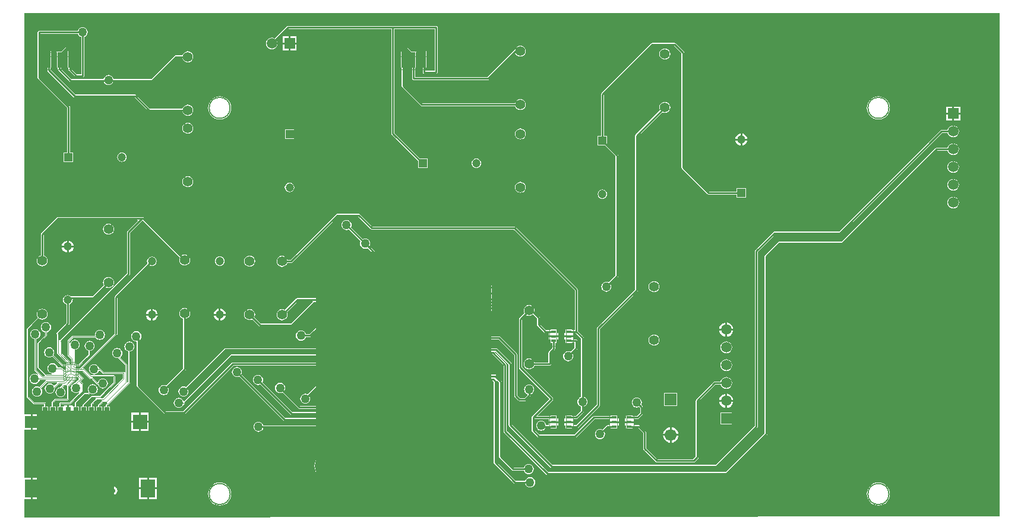
<source format=gtl>
G04 Layer_Physical_Order=1*
G04 Layer_Color=255*
%FSLAX25Y25*%
%MOIN*%
G70*
G01*
G75*
%ADD10C,0.00500*%
%ADD11R,0.03150X0.01772*%
%ADD12R,0.11457X0.00866*%
%ADD13C,0.00591*%
%ADD14R,0.07874X0.09843*%
%ADD15R,0.02800X0.08000*%
%ADD16R,0.07874X0.08300*%
%ADD17R,0.07874X0.06700*%
%ADD18R,0.02362X0.09449*%
%ADD19R,0.02362X0.08858*%
%ADD20C,0.01000*%
%ADD21C,0.00300*%
%ADD22C,0.00394*%
%ADD23C,0.00118*%
%ADD24R,0.43307X0.59055*%
%ADD25R,1.18110X1.18110*%
%ADD26R,0.98425X1.39764*%
%ADD27C,0.00197*%
%ADD28C,0.05512*%
%ADD29C,0.04724*%
%ADD30R,0.04724X0.04724*%
%ADD31R,0.04724X0.04724*%
%ADD32C,0.05906*%
%ADD33R,0.05906X0.05906*%
%ADD34C,0.06693*%
%ADD35R,0.06693X0.06693*%
%ADD36R,0.05906X0.05906*%
%ADD37C,0.02362*%
%ADD38C,0.05000*%
G36*
X547200Y283400D02*
X547300Y283359D01*
Y600D01*
X354Y0D01*
X0Y354D01*
Y10339D01*
X3766D01*
Y16260D01*
Y22182D01*
X0D01*
Y49311D01*
X3766D01*
Y53661D01*
Y58011D01*
X0D01*
Y283400D01*
X547200D01*
D02*
G37*
%LPC*%
G36*
X152772Y270094D02*
X149319D01*
Y266642D01*
X152772D01*
Y270094D01*
D02*
G37*
G36*
X148319D02*
X144866D01*
Y266642D01*
X148319D01*
Y270094D01*
D02*
G37*
G36*
X152772Y265642D02*
X149319D01*
Y262189D01*
X152772D01*
Y265642D01*
D02*
G37*
G36*
X148319D02*
X144866D01*
Y262189D01*
X148319D01*
Y265642D01*
D02*
G37*
G36*
X23347Y263976D02*
X20787Y261417D01*
X18425D01*
X15866Y263976D01*
X18141Y261701D01*
X18425Y261319D01*
X18425Y260917D01*
Y252461D01*
X18790D01*
Y251794D01*
X18790Y251794D01*
X18853Y251482D01*
X19029Y251217D01*
X25548Y244699D01*
X25548Y244699D01*
X25812Y244522D01*
X26124Y244460D01*
X26125Y244460D01*
X44642D01*
X44754Y244188D01*
X45203Y243603D01*
X45788Y243154D01*
X46469Y242872D01*
X47200Y242776D01*
X47931Y242872D01*
X48612Y243154D01*
X49197Y243603D01*
X49646Y244188D01*
X49758Y244460D01*
X71653D01*
X71654Y244460D01*
X71966Y244522D01*
X72230Y244699D01*
X85417Y257885D01*
X88762D01*
X89063Y257160D01*
X89553Y256521D01*
X90191Y256031D01*
X90934Y255724D01*
X91732Y255619D01*
X92530Y255724D01*
X93273Y256031D01*
X93912Y256521D01*
X94402Y257160D01*
X94709Y257903D01*
X94814Y258701D01*
X94709Y259499D01*
X94402Y260242D01*
X93912Y260880D01*
X93273Y261370D01*
X92530Y261678D01*
X91732Y261783D01*
X90934Y261678D01*
X90191Y261370D01*
X89553Y260880D01*
X89063Y260242D01*
X88762Y259517D01*
X85079D01*
X85079Y259517D01*
X84767Y259454D01*
X84502Y259278D01*
X71316Y246091D01*
X49959D01*
X49928Y246331D01*
X49646Y247012D01*
X49197Y247597D01*
X48612Y248046D01*
X47931Y248328D01*
X47200Y248424D01*
X46469Y248328D01*
X45788Y248046D01*
X45203Y247597D01*
X44754Y247012D01*
X44472Y246331D01*
X44440Y246091D01*
X26462D01*
X20593Y251961D01*
X20787Y252461D01*
X20787D01*
Y260917D01*
X20787Y261319D01*
X21071Y261701D01*
X23347Y263976D01*
D02*
G37*
G36*
X359449Y263358D02*
X358651Y263253D01*
X357908Y262945D01*
X357269Y262455D01*
X356780Y261817D01*
X356472Y261073D01*
X356366Y260276D01*
X356472Y259478D01*
X356780Y258734D01*
X357269Y258096D01*
X357908Y257606D01*
X358651Y257298D01*
X359449Y257193D01*
X360246Y257298D01*
X360990Y257606D01*
X361628Y258096D01*
X362118Y258734D01*
X362426Y259478D01*
X362531Y260276D01*
X362426Y261073D01*
X362118Y261817D01*
X361628Y262455D01*
X360990Y262945D01*
X360246Y263253D01*
X359449Y263358D01*
D02*
G37*
G36*
X147874Y276012D02*
X147562Y275950D01*
X147297Y275774D01*
X147297Y275774D01*
X140486Y268962D01*
X140459Y268983D01*
X139668Y269311D01*
X138819Y269422D01*
X137970Y269311D01*
X137178Y268983D01*
X136499Y268461D01*
X135977Y267782D01*
X135650Y266991D01*
X135538Y266142D01*
X135650Y265293D01*
X135977Y264501D01*
X136499Y263822D01*
X137178Y263300D01*
X137970Y262973D01*
X138819Y262861D01*
X139668Y262973D01*
X140459Y263300D01*
X141139Y263822D01*
X141660Y264501D01*
X141988Y265293D01*
X142100Y266142D01*
X141988Y266991D01*
X141660Y267782D01*
X141639Y267809D01*
X148212Y274381D01*
X205877D01*
Y215709D01*
X205877Y215709D01*
X205939Y215397D01*
X206116Y215132D01*
X220921Y200328D01*
Y196157D01*
X226245D01*
Y201481D01*
X222074D01*
X207509Y216047D01*
Y274381D01*
X230287D01*
Y250816D01*
X225147D01*
Y252559D01*
X225512D01*
Y262008D01*
X223150D01*
Y252559D01*
X223515D01*
Y250000D01*
X223577Y249688D01*
X223754Y249423D01*
X224019Y249246D01*
X224331Y249184D01*
X231102D01*
X231415Y249246D01*
X231679Y249423D01*
X231856Y249688D01*
X231918Y250000D01*
Y275197D01*
X231856Y275509D01*
X231679Y275774D01*
X231415Y275950D01*
X231102Y276012D01*
X147874D01*
X147874Y276012D01*
D02*
G37*
G36*
X32677Y275265D02*
X31946Y275169D01*
X31265Y274887D01*
X30680Y274438D01*
X30231Y273853D01*
X29984Y273257D01*
X8268D01*
X7956Y273195D01*
X7691Y273018D01*
X7514Y272753D01*
X7452Y272441D01*
Y246932D01*
X7452Y246932D01*
X7514Y246620D01*
X7691Y246355D01*
X23948Y230098D01*
Y205024D01*
X22102D01*
Y199700D01*
X27426D01*
Y205024D01*
X25580D01*
Y230436D01*
X25580Y230436D01*
X25517Y230748D01*
X25341Y231013D01*
X25341Y231013D01*
X9083Y247270D01*
Y271625D01*
X29984D01*
X30231Y271029D01*
X30680Y270444D01*
X31265Y269995D01*
X31861Y269748D01*
Y248847D01*
X29472D01*
X26327Y251992D01*
Y252559D01*
X26693D01*
Y262008D01*
X24331D01*
Y252559D01*
X24696D01*
Y251654D01*
X24696Y251654D01*
X24758Y251341D01*
X24935Y251077D01*
X28557Y247455D01*
X28557Y247455D01*
X28822Y247278D01*
X29134Y247216D01*
X32677D01*
X32989Y247278D01*
X33254Y247455D01*
X33431Y247720D01*
X33493Y248032D01*
Y269748D01*
X34089Y269995D01*
X34674Y270444D01*
X35123Y271029D01*
X35405Y271710D01*
X35501Y272441D01*
X35405Y273172D01*
X35123Y273853D01*
X34674Y274438D01*
X34089Y274887D01*
X33408Y275169D01*
X32677Y275265D01*
D02*
G37*
G36*
X278346Y264933D02*
X277549Y264828D01*
X276805Y264520D01*
X276167Y264030D01*
X275677Y263391D01*
X275369Y262648D01*
X275365Y262613D01*
X275318Y262604D01*
X275053Y262427D01*
X275053Y262427D01*
X259859Y247233D01*
X219241D01*
Y252461D01*
X219606D01*
Y260917D01*
X219606Y261319D01*
X219890Y261701D01*
X219606Y261417D01*
X217244D01*
X214685Y263976D01*
X216960Y261701D01*
X217244Y261319D01*
X217244Y260917D01*
Y252461D01*
X217610D01*
Y246417D01*
X217672Y246105D01*
X217848Y245841D01*
X218113Y245664D01*
X218425Y245602D01*
X260197D01*
X260197Y245602D01*
X260509Y245664D01*
X260774Y245841D01*
X275208Y260275D01*
X275795Y260155D01*
X276167Y259671D01*
X276805Y259181D01*
X277549Y258873D01*
X278346Y258768D01*
X279144Y258873D01*
X279888Y259181D01*
X280526Y259671D01*
X281016Y260309D01*
X281324Y261053D01*
X281429Y261850D01*
X281324Y262648D01*
X281016Y263391D01*
X280526Y264030D01*
X279888Y264520D01*
X279144Y264828D01*
X278346Y264933D01*
D02*
G37*
G36*
X213701Y262008D02*
X211339D01*
Y252559D01*
X211704D01*
Y242400D01*
X211704Y242400D01*
X211766Y242088D01*
X211943Y241823D01*
X222493Y231274D01*
X222493Y231274D01*
X222757Y231097D01*
X223069Y231035D01*
X223070Y231035D01*
X275377D01*
X275677Y230309D01*
X276167Y229671D01*
X276805Y229181D01*
X277549Y228873D01*
X278346Y228768D01*
X279144Y228873D01*
X279888Y229181D01*
X280526Y229671D01*
X281016Y230309D01*
X281324Y231053D01*
X281429Y231850D01*
X281324Y232648D01*
X281016Y233391D01*
X280526Y234030D01*
X279888Y234520D01*
X279144Y234828D01*
X278346Y234933D01*
X277549Y234828D01*
X276805Y234520D01*
X276167Y234030D01*
X275677Y233391D01*
X275377Y232666D01*
X223407D01*
X213335Y242738D01*
Y252559D01*
X213701D01*
Y262008D01*
D02*
G37*
G36*
X525213Y230724D02*
X521760D01*
Y227272D01*
X525213D01*
Y230724D01*
D02*
G37*
G36*
X520760D02*
X517307D01*
Y227272D01*
X520760D01*
Y230724D01*
D02*
G37*
G36*
X359449Y233358D02*
X358651Y233253D01*
X357908Y232945D01*
X357269Y232455D01*
X356780Y231817D01*
X356472Y231073D01*
X356366Y230276D01*
X356472Y229478D01*
X356772Y228752D01*
X342913Y214893D01*
X342736Y214629D01*
X342674Y214317D01*
X342674Y214317D01*
Y127928D01*
X321423Y106677D01*
X321246Y106412D01*
X321184Y106100D01*
X321184Y106100D01*
Y63238D01*
X309746Y51800D01*
X308084D01*
Y53043D01*
X305509D01*
X302935D01*
Y51657D01*
X303635D01*
Y49798D01*
X307384D01*
Y50169D01*
X310084D01*
X310084Y50169D01*
X310396Y50231D01*
X310661Y50407D01*
X322577Y62323D01*
X322577Y62323D01*
X322754Y62588D01*
X322816Y62900D01*
X322816Y62900D01*
Y105762D01*
X344067Y127013D01*
X344067Y127013D01*
X344243Y127278D01*
X344305Y127590D01*
X344305Y127590D01*
Y213979D01*
X357926Y227599D01*
X358651Y227298D01*
X359449Y227193D01*
X360246Y227298D01*
X360990Y227606D01*
X361628Y228096D01*
X362118Y228734D01*
X362426Y229478D01*
X362531Y230276D01*
X362426Y231073D01*
X362118Y231817D01*
X361628Y232455D01*
X360990Y232945D01*
X360246Y233253D01*
X359449Y233358D01*
D02*
G37*
G36*
X14882Y262008D02*
X12520D01*
Y252559D01*
X12885D01*
Y251117D01*
X12885Y251117D01*
X12947Y250804D01*
X13124Y250540D01*
X27626Y236037D01*
X27891Y235861D01*
X28203Y235799D01*
X28203Y235799D01*
X61867D01*
X69541Y228124D01*
X69541Y228124D01*
X69806Y227947D01*
X70118Y227885D01*
X70118Y227885D01*
X88762D01*
X89063Y227160D01*
X89553Y226521D01*
X90191Y226031D01*
X90934Y225724D01*
X91732Y225619D01*
X92530Y225724D01*
X93273Y226031D01*
X93912Y226521D01*
X94402Y227160D01*
X94709Y227903D01*
X94814Y228701D01*
X94709Y229499D01*
X94402Y230242D01*
X93912Y230880D01*
X93273Y231370D01*
X92530Y231678D01*
X91732Y231783D01*
X90934Y231678D01*
X90191Y231370D01*
X89553Y230880D01*
X89063Y230242D01*
X88762Y229517D01*
X70456D01*
X62782Y237191D01*
X62517Y237368D01*
X62205Y237430D01*
X62205Y237430D01*
X28541D01*
X14516Y251454D01*
Y252559D01*
X14882D01*
Y262008D01*
D02*
G37*
G36*
X479287Y236487D02*
X478022Y236362D01*
X476805Y235993D01*
X475684Y235394D01*
X474701Y234587D01*
X473894Y233604D01*
X473294Y232482D01*
X472925Y231265D01*
X472801Y230000D01*
X472925Y228734D01*
X473294Y227518D01*
X473894Y226396D01*
X474701Y225413D01*
X475684Y224606D01*
X476805Y224007D01*
X478022Y223638D01*
X479287Y223513D01*
X480553Y223638D01*
X481770Y224007D01*
X482891Y224606D01*
X483874Y225413D01*
X484681Y226396D01*
X485280Y227518D01*
X485649Y228734D01*
X485774Y230000D01*
X485649Y231265D01*
X485280Y232482D01*
X484681Y233604D01*
X483874Y234587D01*
X482891Y235394D01*
X481770Y235993D01*
X480553Y236362D01*
X479287Y236487D01*
D02*
G37*
G36*
X109587D02*
X108322Y236362D01*
X107105Y235993D01*
X105983Y235394D01*
X105001Y234587D01*
X104194Y233604D01*
X103594Y232482D01*
X103225Y231265D01*
X103101Y230000D01*
X103225Y228734D01*
X103594Y227518D01*
X104194Y226396D01*
X105001Y225413D01*
X105983Y224606D01*
X107105Y224007D01*
X108322Y223638D01*
X109587Y223513D01*
X110853Y223638D01*
X112070Y224007D01*
X113191Y224606D01*
X114174Y225413D01*
X114981Y226396D01*
X115580Y227518D01*
X115949Y228734D01*
X116074Y230000D01*
X115949Y231265D01*
X115580Y232482D01*
X114981Y233604D01*
X114174Y234587D01*
X113191Y235394D01*
X112070Y235993D01*
X110853Y236362D01*
X109587Y236487D01*
D02*
G37*
G36*
X525213Y226272D02*
X521760D01*
Y222819D01*
X525213D01*
Y226272D01*
D02*
G37*
G36*
X520760D02*
X517307D01*
Y222819D01*
X520760D01*
Y226272D01*
D02*
G37*
G36*
X521260Y220052D02*
X520411Y219941D01*
X519620Y219613D01*
X518940Y219092D01*
X518419Y218412D01*
X518091Y217621D01*
X518087Y217587D01*
X514728D01*
X514728Y217587D01*
X514416Y217525D01*
X514152Y217348D01*
X457319Y160516D01*
X420900D01*
X420900Y160516D01*
X420588Y160454D01*
X420323Y160277D01*
X420323Y160277D01*
X410123Y150077D01*
X409946Y149812D01*
X409884Y149500D01*
X409884Y149500D01*
Y51338D01*
X387962Y29416D01*
X296238D01*
X273416Y52238D01*
Y86300D01*
X273416Y86300D01*
X273354Y86612D01*
X273177Y86877D01*
X265228Y94826D01*
X264963Y95002D01*
X264651Y95065D01*
X264651Y95065D01*
X261912D01*
X261456Y95169D01*
X261456Y95565D01*
X261456Y96636D01*
X261456Y97136D01*
X261456Y98289D01*
X261456Y98789D01*
X261456Y99943D01*
X261913Y100047D01*
X266099D01*
X274884Y91262D01*
Y68300D01*
X274884Y68300D01*
X274946Y67988D01*
X275123Y67723D01*
X277223Y65623D01*
X277223Y65623D01*
X277488Y65446D01*
X277800Y65384D01*
X277800Y65384D01*
X280900D01*
X280900Y65384D01*
X281212Y65446D01*
X281477Y65623D01*
X283830Y67977D01*
X283830Y67977D01*
X284007Y68241D01*
X284069Y68554D01*
Y69154D01*
X284666Y69401D01*
X285251Y69849D01*
X285699Y70434D01*
X285981Y71115D01*
X286078Y71846D01*
X285981Y72577D01*
X285699Y73259D01*
X285251Y73843D01*
X284666Y74292D01*
X283984Y74574D01*
X283254Y74671D01*
X282523Y74574D01*
X281841Y74292D01*
X281257Y73843D01*
X280808Y73259D01*
X280526Y72577D01*
X280429Y71846D01*
X280526Y71115D01*
X280808Y70434D01*
X281257Y69849D01*
X281841Y69401D01*
X282151Y69273D01*
X282241Y68694D01*
X280562Y67016D01*
X278138D01*
X276516Y68638D01*
Y91600D01*
X276516Y91600D01*
X276454Y91912D01*
X276277Y92177D01*
X267014Y101440D01*
X266749Y101617D01*
X266437Y101679D01*
X266437Y101679D01*
X261912D01*
X261456Y101784D01*
X261456Y102179D01*
X261456Y103250D01*
X261456Y103750D01*
X261456Y104903D01*
X261456Y105403D01*
X261456Y106557D01*
X261456Y107057D01*
X261456Y108210D01*
X261456Y108710D01*
X261456Y109864D01*
X261456Y110364D01*
X261456Y111518D01*
X261456Y112018D01*
X261456Y113171D01*
X261456Y113671D01*
X261456Y114824D01*
X261456Y115324D01*
Y115965D01*
X262156D01*
Y116898D01*
X255428D01*
Y117898D01*
X262156D01*
Y118552D01*
X255428D01*
Y119552D01*
X262156D01*
Y120206D01*
X255428D01*
Y121206D01*
X262156D01*
Y121859D01*
X255428D01*
Y122859D01*
X262156D01*
Y123792D01*
X262156D01*
Y124233D01*
X262156D01*
Y125166D01*
X255428D01*
Y126166D01*
X262156D01*
Y127099D01*
X262156D01*
Y127540D01*
X262156D01*
Y128473D01*
X255428D01*
Y128973D01*
X254928D01*
Y130406D01*
X248699D01*
Y129870D01*
X248267Y129706D01*
X248199Y129706D01*
X242581D01*
X242551Y129727D01*
X242239Y129789D01*
X216365D01*
X193681Y152473D01*
X193928Y153069D01*
X194024Y153800D01*
X193928Y154531D01*
X193646Y155212D01*
X193197Y155797D01*
X192612Y156246D01*
X191931Y156528D01*
X191200Y156624D01*
X190469Y156528D01*
X189873Y156281D01*
X183281Y162873D01*
X183528Y163469D01*
X183624Y164200D01*
X183528Y164931D01*
X183246Y165612D01*
X182797Y166197D01*
X182212Y166646D01*
X181531Y166928D01*
X180800Y167024D01*
X180069Y166928D01*
X179388Y166646D01*
X178803Y166197D01*
X178354Y165612D01*
X178072Y164931D01*
X177976Y164200D01*
X178072Y163469D01*
X178354Y162788D01*
X178803Y162203D01*
X179388Y161754D01*
X180069Y161472D01*
X180800Y161376D01*
X181531Y161472D01*
X182127Y161719D01*
X188719Y155127D01*
X188472Y154531D01*
X188376Y153800D01*
X188472Y153069D01*
X188754Y152388D01*
X189203Y151803D01*
X189788Y151354D01*
X190469Y151072D01*
X191200Y150976D01*
X191931Y151072D01*
X192527Y151319D01*
X215450Y128396D01*
X215450Y128396D01*
X217104Y126743D01*
X217104Y126743D01*
X218757Y125090D01*
X218757Y125089D01*
X219022Y124913D01*
X219334Y124850D01*
X235754D01*
X236210Y124746D01*
X236210Y124351D01*
X236210Y123280D01*
X235754Y123175D01*
X153159D01*
X153159Y123175D01*
X152847Y123113D01*
X152582Y122936D01*
X152582Y122936D01*
X146123Y116477D01*
X145398Y116777D01*
X144600Y116882D01*
X143802Y116777D01*
X143059Y116469D01*
X142420Y115980D01*
X141931Y115341D01*
X141623Y114598D01*
X141518Y113800D01*
X141623Y113002D01*
X141931Y112259D01*
X142420Y111620D01*
X143059Y111131D01*
X143802Y110823D01*
X144600Y110718D01*
X145398Y110823D01*
X146141Y111131D01*
X146780Y111620D01*
X147269Y112259D01*
X147577Y113002D01*
X147682Y113800D01*
X147577Y114598D01*
X147277Y115323D01*
X153497Y121544D01*
X161683D01*
X161890Y121044D01*
X149662Y108816D01*
X132638D01*
X129077Y112377D01*
X129377Y113102D01*
X129482Y113900D01*
X129377Y114698D01*
X129069Y115441D01*
X128579Y116079D01*
X127941Y116569D01*
X127198Y116877D01*
X126400Y116982D01*
X125602Y116877D01*
X124859Y116569D01*
X124221Y116079D01*
X123731Y115441D01*
X123423Y114698D01*
X123318Y113900D01*
X123423Y113102D01*
X123731Y112359D01*
X124221Y111721D01*
X124859Y111231D01*
X125602Y110923D01*
X126400Y110818D01*
X127198Y110923D01*
X127923Y111223D01*
X131723Y107423D01*
X131988Y107246D01*
X132300Y107184D01*
X132300Y107184D01*
X150000D01*
X150000Y107184D01*
X150312Y107246D01*
X150577Y107423D01*
X163043Y119890D01*
X176129D01*
X176336Y119390D01*
X159862Y102916D01*
X157893D01*
X157646Y103512D01*
X157197Y104097D01*
X156612Y104546D01*
X155931Y104828D01*
X155200Y104924D01*
X154469Y104828D01*
X153788Y104546D01*
X153203Y104097D01*
X152754Y103512D01*
X152472Y102831D01*
X152376Y102100D01*
X152472Y101369D01*
X152754Y100688D01*
X153203Y100103D01*
X153788Y99654D01*
X154469Y99372D01*
X155200Y99276D01*
X155931Y99372D01*
X156612Y99654D01*
X157197Y100103D01*
X157646Y100688D01*
X157893Y101284D01*
X160200D01*
X160200Y101284D01*
X160512Y101346D01*
X160777Y101523D01*
X177490Y118236D01*
X235754D01*
X236210Y118131D01*
X236210Y117736D01*
X236210Y116665D01*
X236210Y116165D01*
X236210Y115012D01*
X236210Y114512D01*
X236210Y113358D01*
X236210Y112858D01*
X236210Y111705D01*
X236210Y111205D01*
X236210Y110051D01*
X236210Y109551D01*
X236210Y108398D01*
X236210Y107898D01*
X236210Y106744D01*
X236210Y106244D01*
X236210Y105090D01*
X236210Y104590D01*
X236210Y103437D01*
X236210Y102937D01*
X236210Y101784D01*
X236210Y101284D01*
X236210Y100130D01*
X236210Y99630D01*
X236210Y98476D01*
X236210Y97976D01*
X236210Y96823D01*
X236210Y96323D01*
X236210Y95169D01*
X235754Y95065D01*
X112849D01*
X112537Y95002D01*
X112272Y94826D01*
X112272Y94826D01*
X90627Y73181D01*
X90031Y73428D01*
X89300Y73524D01*
X88569Y73428D01*
X87888Y73146D01*
X87303Y72697D01*
X86854Y72112D01*
X86572Y71431D01*
X86476Y70700D01*
X86572Y69969D01*
X86854Y69288D01*
X87303Y68703D01*
X87888Y68254D01*
X88569Y67972D01*
X89300Y67876D01*
X90031Y67972D01*
X90712Y68254D01*
X91297Y68703D01*
X91746Y69288D01*
X92028Y69969D01*
X92124Y70700D01*
X92028Y71431D01*
X91781Y72027D01*
X113187Y93433D01*
X235754D01*
X236210Y93328D01*
X236210Y92933D01*
X236210Y91862D01*
X236210Y91362D01*
X236210Y90209D01*
X236210Y89709D01*
X236210Y88555D01*
X236210Y88055D01*
X236210Y86902D01*
X236210Y86402D01*
X236210Y85248D01*
X236210Y84748D01*
X236210Y83595D01*
X235754Y83490D01*
X234264D01*
X231655Y86099D01*
X231655Y86099D01*
X226477Y91277D01*
X226212Y91454D01*
X225900Y91516D01*
X225900Y91516D01*
X116300D01*
X116300Y91516D01*
X115988Y91454D01*
X115723Y91277D01*
X115723Y91277D01*
X89754Y65308D01*
X89165Y65425D01*
X89046Y65712D01*
X88597Y66297D01*
X88012Y66746D01*
X87331Y67028D01*
X86600Y67124D01*
X85869Y67028D01*
X85188Y66746D01*
X84603Y66297D01*
X84154Y65712D01*
X83872Y65031D01*
X83776Y64300D01*
X83872Y63569D01*
X84154Y62888D01*
X84603Y62303D01*
X85188Y61854D01*
X85869Y61572D01*
X86600Y61476D01*
X87331Y61572D01*
X88012Y61854D01*
X88597Y62303D01*
X89046Y62888D01*
X89182Y63216D01*
X89573Y63535D01*
X89821Y63500D01*
X89900Y63484D01*
X90212Y63546D01*
X90477Y63723D01*
X116638Y89884D01*
X225562D01*
X230501Y84945D01*
X230501Y84945D01*
X233110Y82336D01*
X232903Y81836D01*
X231217D01*
X226277Y86777D01*
X226012Y86954D01*
X225700Y87016D01*
X225700Y87016D01*
X117000D01*
X117000Y87016D01*
X116688Y86954D01*
X116423Y86777D01*
X89362Y59716D01*
X79338D01*
X64716Y74338D01*
Y99641D01*
X64797Y99703D01*
X65246Y100288D01*
X65528Y100969D01*
X65624Y101700D01*
X65528Y102431D01*
X65246Y103112D01*
X64797Y103697D01*
X64212Y104146D01*
X63531Y104428D01*
X62800Y104524D01*
X62069Y104428D01*
X61388Y104146D01*
X60803Y103697D01*
X60354Y103112D01*
X60072Y102431D01*
X59976Y101700D01*
X60072Y100969D01*
X60354Y100288D01*
X60803Y99703D01*
X61388Y99254D01*
X62069Y98972D01*
X62800Y98876D01*
X63084Y98627D01*
Y74000D01*
X63084Y74000D01*
X63146Y73688D01*
X63323Y73423D01*
X78423Y58323D01*
X78423Y58323D01*
X78688Y58146D01*
X79000Y58084D01*
X89700D01*
X89700Y58084D01*
X90012Y58146D01*
X90277Y58323D01*
X117338Y85384D01*
X225362D01*
X230064Y80683D01*
X229857Y80183D01*
X170367D01*
X170055Y80121D01*
X169790Y79944D01*
X169790Y79944D01*
X158927Y69081D01*
X158331Y69328D01*
X157600Y69424D01*
X156869Y69328D01*
X156188Y69046D01*
X155603Y68597D01*
X155154Y68012D01*
X154872Y67331D01*
X154776Y66600D01*
X154872Y65869D01*
X155154Y65188D01*
X155603Y64603D01*
X156188Y64154D01*
X156869Y63872D01*
X157600Y63776D01*
X158331Y63872D01*
X159012Y64154D01*
X159597Y64603D01*
X160046Y65188D01*
X160328Y65869D01*
X160424Y66600D01*
X160328Y67331D01*
X160081Y67927D01*
X170705Y78551D01*
X189291D01*
X189498Y78051D01*
X174062Y62616D01*
X154738D01*
X145981Y71373D01*
X146228Y71969D01*
X146324Y72700D01*
X146228Y73431D01*
X145946Y74112D01*
X145497Y74697D01*
X144912Y75146D01*
X144231Y75428D01*
X143500Y75524D01*
X142769Y75428D01*
X142088Y75146D01*
X141503Y74697D01*
X141054Y74112D01*
X140772Y73431D01*
X140676Y72700D01*
X140772Y71969D01*
X141054Y71288D01*
X141503Y70703D01*
X142088Y70254D01*
X142769Y69972D01*
X143500Y69876D01*
X144231Y69972D01*
X144827Y70219D01*
X153823Y61223D01*
X153823Y61223D01*
X154088Y61046D01*
X154400Y60984D01*
X154400Y60984D01*
X174400D01*
X174400Y60984D01*
X174712Y61046D01*
X174977Y61223D01*
X190329Y76576D01*
X190401Y76561D01*
X190565Y76019D01*
X173762Y59216D01*
X150238D01*
X133581Y75873D01*
X133828Y76469D01*
X133924Y77200D01*
X133828Y77931D01*
X133546Y78612D01*
X133097Y79197D01*
X132512Y79646D01*
X131831Y79928D01*
X131100Y80024D01*
X130369Y79928D01*
X129688Y79646D01*
X129103Y79197D01*
X128654Y78612D01*
X128372Y77931D01*
X128276Y77200D01*
X128372Y76469D01*
X128654Y75788D01*
X129103Y75203D01*
X129688Y74754D01*
X130369Y74472D01*
X131100Y74376D01*
X131831Y74472D01*
X132427Y74719D01*
X149323Y57823D01*
X149323Y57823D01*
X149588Y57646D01*
X149900Y57584D01*
X174100D01*
X174100Y57584D01*
X174412Y57646D01*
X174677Y57823D01*
X191846Y74993D01*
X192001Y74962D01*
X192166Y74419D01*
X173562Y55816D01*
X146238D01*
X121781Y80273D01*
X122028Y80869D01*
X122124Y81600D01*
X122028Y82331D01*
X121746Y83012D01*
X121297Y83597D01*
X120712Y84046D01*
X120031Y84328D01*
X119300Y84424D01*
X118569Y84328D01*
X117888Y84046D01*
X117303Y83597D01*
X116854Y83012D01*
X116572Y82331D01*
X116476Y81600D01*
X116572Y80869D01*
X116854Y80188D01*
X117303Y79603D01*
X117888Y79154D01*
X118569Y78872D01*
X119300Y78776D01*
X120031Y78872D01*
X120627Y79119D01*
X145323Y54423D01*
X145588Y54246D01*
X145900Y54184D01*
X145900Y54184D01*
X173900D01*
X173900Y54184D01*
X174212Y54246D01*
X174477Y54423D01*
X193644Y73591D01*
X204930D01*
X205137Y73091D01*
X183762Y51716D01*
X134093D01*
X133846Y52312D01*
X133397Y52897D01*
X132812Y53346D01*
X132131Y53628D01*
X131400Y53724D01*
X130669Y53628D01*
X129988Y53346D01*
X129403Y52897D01*
X128954Y52312D01*
X128672Y51631D01*
X128576Y50900D01*
X128672Y50169D01*
X128954Y49488D01*
X129403Y48903D01*
X129988Y48454D01*
X130669Y48172D01*
X131400Y48076D01*
X132131Y48172D01*
X132812Y48454D01*
X133397Y48903D01*
X133846Y49488D01*
X134093Y50084D01*
X184100D01*
X184100Y50084D01*
X184412Y50146D01*
X184677Y50323D01*
X206291Y71937D01*
X242239D01*
X242551Y71999D01*
X242581Y72020D01*
X248267D01*
X248267Y73486D01*
X248267Y73986D01*
X248267Y75139D01*
X248267Y75639D01*
X248267Y76793D01*
X248267Y77293D01*
X248267Y78447D01*
X248267Y78947D01*
X248267Y80100D01*
X248267Y80600D01*
X248267Y81754D01*
X248267Y82254D01*
X248267Y83407D01*
X248267Y83907D01*
X248267Y85061D01*
X248267Y85561D01*
X248267Y86714D01*
X248267Y87214D01*
X248267Y88368D01*
X248267Y88868D01*
X248267Y90021D01*
X248267Y90521D01*
X248267Y91675D01*
X248267Y92175D01*
X248267Y93328D01*
X248267Y93828D01*
X248267Y94982D01*
X248267Y95482D01*
X248267Y96636D01*
X248267Y97136D01*
X248267Y98289D01*
X248267Y98789D01*
X248267Y99943D01*
X248267Y100443D01*
X248267Y101596D01*
X248267Y102096D01*
X248267Y103250D01*
X248267Y103750D01*
X248267Y104903D01*
X248267Y105403D01*
X248267Y106557D01*
X248267Y107057D01*
X248267Y108210D01*
X248267Y108710D01*
X248267Y109864D01*
X248267Y110364D01*
X248267Y111518D01*
X248267Y112018D01*
X248267Y113171D01*
X248267Y113671D01*
X248267Y114824D01*
X248267Y115802D01*
X248699Y115965D01*
X248767Y115965D01*
X249046D01*
X249399Y115612D01*
X249399Y115012D01*
X249399Y114512D01*
X249399Y113358D01*
X249399Y112858D01*
X249399Y111705D01*
X249399Y111205D01*
X249399Y110051D01*
X249399Y109551D01*
X249399Y108398D01*
X249399Y107898D01*
X249399Y106744D01*
X249399Y106244D01*
X249399Y105090D01*
X249399Y104590D01*
X249399Y103437D01*
X249399Y102937D01*
X249399Y101784D01*
X249399Y101284D01*
X249399Y100130D01*
X249399Y99630D01*
X249399Y98476D01*
X249399Y97976D01*
X249399Y96823D01*
X249399Y96323D01*
X249399Y95169D01*
X249399Y94669D01*
X249399Y93516D01*
X249399Y93016D01*
X249399Y91862D01*
X249399Y91362D01*
X249399Y90209D01*
X249399Y89709D01*
X249399Y88555D01*
X249399Y88055D01*
X249399Y86902D01*
X249399Y86402D01*
X249399Y85248D01*
X249399Y84748D01*
X249399Y83595D01*
X249399Y83095D01*
X249399Y81941D01*
X249399Y81441D01*
X249399Y80287D01*
X249399Y79787D01*
X249399Y78634D01*
X249399Y78134D01*
X249399Y76980D01*
X249399Y76480D01*
X249399Y75327D01*
X249399Y74827D01*
X249399Y73673D01*
X249399Y73173D01*
Y72020D01*
X261456D01*
X261456Y73486D01*
X261456Y73986D01*
X261456Y75139D01*
X261456Y75639D01*
X261456Y76793D01*
X261912Y76898D01*
X262649D01*
X263384Y76162D01*
Y30800D01*
X263384Y30800D01*
X263446Y30488D01*
X263623Y30223D01*
X274723Y19123D01*
X274988Y18946D01*
X275300Y18884D01*
X275300Y18884D01*
X281107D01*
X281354Y18288D01*
X281803Y17703D01*
X282388Y17254D01*
X283069Y16972D01*
X283800Y16876D01*
X284531Y16972D01*
X285212Y17254D01*
X285797Y17703D01*
X286246Y18288D01*
X286528Y18969D01*
X286624Y19700D01*
X286528Y20431D01*
X286246Y21112D01*
X285797Y21697D01*
X285212Y22146D01*
X284531Y22428D01*
X283800Y22524D01*
X283069Y22428D01*
X282388Y22146D01*
X281803Y21697D01*
X281354Y21112D01*
X281107Y20516D01*
X275638D01*
X265016Y31138D01*
Y76500D01*
X265016Y76500D01*
X264960Y76779D01*
X264982Y76810D01*
X265474Y76972D01*
X266384Y76062D01*
Y34100D01*
X266384Y34100D01*
X266446Y33788D01*
X266623Y33523D01*
X273623Y26523D01*
X273623Y26523D01*
X273888Y26346D01*
X274200Y26284D01*
X280307D01*
X280554Y25688D01*
X281003Y25103D01*
X281588Y24654D01*
X282269Y24372D01*
X283000Y24276D01*
X283731Y24372D01*
X284412Y24654D01*
X284997Y25103D01*
X285446Y25688D01*
X285728Y26369D01*
X285824Y27100D01*
X285728Y27831D01*
X285446Y28512D01*
X284997Y29097D01*
X284412Y29546D01*
X283731Y29828D01*
X283000Y29924D01*
X282269Y29828D01*
X281588Y29546D01*
X281003Y29097D01*
X280554Y28512D01*
X280307Y27916D01*
X274538D01*
X268016Y34438D01*
Y76400D01*
X267954Y76712D01*
X267777Y76977D01*
X267777Y76977D01*
X264810Y79944D01*
X264545Y80121D01*
X264233Y80183D01*
X264233Y80183D01*
X261912D01*
X261456Y80287D01*
X261456Y80683D01*
X261456Y81754D01*
X261456Y82254D01*
X261456Y83407D01*
X261456Y83907D01*
X261456Y85061D01*
X261456Y85561D01*
X261456Y86714D01*
X261456Y87214D01*
X261456Y88368D01*
X261456Y88868D01*
X261456Y90021D01*
X261456Y90521D01*
X261456Y91675D01*
X261912Y91780D01*
X262567D01*
X268984Y85362D01*
Y48300D01*
X268984Y48300D01*
X269046Y47988D01*
X269223Y47723D01*
X292923Y24023D01*
X292923Y24023D01*
X293188Y23846D01*
X293500Y23784D01*
X394000D01*
X394000Y23784D01*
X394312Y23846D01*
X394577Y24023D01*
X416777Y46223D01*
X416954Y46488D01*
X417016Y46800D01*
X417016Y46800D01*
Y146262D01*
X423938Y153184D01*
X459100D01*
X459100Y153184D01*
X459412Y153246D01*
X459677Y153423D01*
X512210Y205956D01*
X518087D01*
X518091Y205923D01*
X518419Y205131D01*
X518940Y204452D01*
X519620Y203930D01*
X520411Y203603D01*
X521260Y203491D01*
X522109Y203603D01*
X522900Y203930D01*
X523580Y204452D01*
X524101Y205131D01*
X524429Y205923D01*
X524541Y206772D01*
X524429Y207621D01*
X524101Y208412D01*
X523580Y209091D01*
X522900Y209613D01*
X522109Y209941D01*
X521260Y210052D01*
X520411Y209941D01*
X519620Y209613D01*
X518940Y209091D01*
X518419Y208412D01*
X518091Y207621D01*
X518087Y207587D01*
X511872D01*
X511559Y207525D01*
X511295Y207348D01*
X511295Y207348D01*
X458762Y154816D01*
X423600D01*
X423600Y154816D01*
X423288Y154754D01*
X423023Y154577D01*
X415623Y147177D01*
X415446Y146912D01*
X415384Y146600D01*
X415384Y146600D01*
Y47138D01*
X393662Y25416D01*
X293838D01*
X270616Y48638D01*
Y85700D01*
X270616Y85700D01*
X270554Y86012D01*
X270377Y86277D01*
X270377Y86277D01*
X263825Y92828D01*
X264012Y93312D01*
X264389Y93357D01*
X271784Y85962D01*
Y51900D01*
X271784Y51900D01*
X271846Y51588D01*
X272023Y51323D01*
X295323Y28023D01*
X295323Y28023D01*
X295588Y27846D01*
X295900Y27784D01*
X295900Y27784D01*
X388300D01*
X388300Y27784D01*
X388612Y27846D01*
X388877Y28023D01*
X411277Y50423D01*
X411277Y50423D01*
X411454Y50688D01*
X411516Y51000D01*
Y149162D01*
X421238Y158884D01*
X457657D01*
X457657Y158884D01*
X457969Y158946D01*
X458234Y159123D01*
X515066Y215956D01*
X518087D01*
X518091Y215922D01*
X518419Y215131D01*
X518940Y214452D01*
X519620Y213930D01*
X520411Y213603D01*
X521260Y213491D01*
X522109Y213603D01*
X522900Y213930D01*
X523580Y214452D01*
X524101Y215131D01*
X524429Y215922D01*
X524541Y216772D01*
X524429Y217621D01*
X524101Y218412D01*
X523580Y219092D01*
X522900Y219613D01*
X522109Y219941D01*
X521260Y220052D01*
D02*
G37*
G36*
X91732Y221625D02*
X90935Y221520D01*
X90191Y221213D01*
X89553Y220723D01*
X89063Y220084D01*
X88755Y219341D01*
X88650Y218543D01*
X88755Y217745D01*
X89063Y217002D01*
X89553Y216364D01*
X90191Y215874D01*
X90935Y215566D01*
X91732Y215461D01*
X92530Y215566D01*
X93274Y215874D01*
X93912Y216364D01*
X94402Y217002D01*
X94710Y217745D01*
X94815Y218543D01*
X94710Y219341D01*
X94402Y220084D01*
X93912Y220723D01*
X93274Y221213D01*
X92530Y221520D01*
X91732Y221625D01*
D02*
G37*
G36*
X402862Y215569D02*
Y212744D01*
X405687D01*
X405638Y213122D01*
X405299Y213940D01*
X404760Y214642D01*
X404058Y215181D01*
X403240Y215520D01*
X402862Y215569D01*
D02*
G37*
G36*
X401862D02*
X401484Y215520D01*
X400666Y215181D01*
X399964Y214642D01*
X399425Y213940D01*
X399086Y213122D01*
X399037Y212744D01*
X401862D01*
Y215569D01*
D02*
G37*
G36*
X151481Y218056D02*
X146157D01*
Y212732D01*
X151481D01*
Y218056D01*
D02*
G37*
G36*
X278347Y218476D02*
X277549Y218371D01*
X276805Y218063D01*
X276167Y217573D01*
X275677Y216935D01*
X275369Y216192D01*
X275264Y215394D01*
X275369Y214596D01*
X275677Y213853D01*
X276167Y213214D01*
X276805Y212724D01*
X277549Y212417D01*
X278347Y212312D01*
X279144Y212417D01*
X279888Y212724D01*
X280526Y213214D01*
X281016Y213853D01*
X281324Y214596D01*
X281429Y215394D01*
X281324Y216192D01*
X281016Y216935D01*
X280526Y217573D01*
X279888Y218063D01*
X279144Y218371D01*
X278347Y218476D01*
D02*
G37*
G36*
X405687Y211744D02*
X402862D01*
Y208919D01*
X403240Y208968D01*
X404058Y209307D01*
X404760Y209846D01*
X405299Y210548D01*
X405638Y211366D01*
X405687Y211744D01*
D02*
G37*
G36*
X401862D02*
X399037D01*
X399086Y211366D01*
X399425Y210548D01*
X399964Y209846D01*
X400666Y209307D01*
X401484Y208968D01*
X401862Y208919D01*
Y211744D01*
D02*
G37*
G36*
X54764Y205047D02*
X54069Y204956D01*
X53421Y204688D01*
X52865Y204261D01*
X52438Y203705D01*
X52170Y203057D01*
X52079Y202362D01*
X52170Y201667D01*
X52438Y201020D01*
X52865Y200464D01*
X53421Y200037D01*
X54069Y199768D01*
X54764Y199677D01*
X55459Y199768D01*
X56106Y200037D01*
X56662Y200464D01*
X57089Y201020D01*
X57358Y201667D01*
X57449Y202362D01*
X57358Y203057D01*
X57089Y203705D01*
X56662Y204261D01*
X56106Y204688D01*
X55459Y204956D01*
X54764Y205047D01*
D02*
G37*
G36*
X253583Y201504D02*
X252888Y201413D01*
X252240Y201144D01*
X251684Y200718D01*
X251257Y200162D01*
X250989Y199514D01*
X250898Y198819D01*
X250989Y198124D01*
X251257Y197476D01*
X251684Y196920D01*
X252240Y196494D01*
X252888Y196225D01*
X253583Y196134D01*
X254278Y196225D01*
X254925Y196494D01*
X255482Y196920D01*
X255908Y197476D01*
X256176Y198124D01*
X256268Y198819D01*
X256176Y199514D01*
X255908Y200162D01*
X255482Y200718D01*
X254925Y201144D01*
X254278Y201413D01*
X253583Y201504D01*
D02*
G37*
G36*
X521260Y200052D02*
X520411Y199941D01*
X519620Y199613D01*
X518940Y199091D01*
X518419Y198412D01*
X518091Y197621D01*
X517979Y196772D01*
X518091Y195923D01*
X518419Y195131D01*
X518940Y194452D01*
X519620Y193930D01*
X520411Y193603D01*
X521260Y193491D01*
X522109Y193603D01*
X522900Y193930D01*
X523580Y194452D01*
X524101Y195131D01*
X524429Y195923D01*
X524541Y196772D01*
X524429Y197621D01*
X524101Y198412D01*
X523580Y199091D01*
X522900Y199613D01*
X522109Y199941D01*
X521260Y200052D01*
D02*
G37*
G36*
X91732Y191625D02*
X90935Y191520D01*
X90191Y191212D01*
X89553Y190723D01*
X89063Y190084D01*
X88755Y189341D01*
X88650Y188543D01*
X88755Y187745D01*
X89063Y187002D01*
X89553Y186364D01*
X90191Y185874D01*
X90935Y185566D01*
X91732Y185461D01*
X92530Y185566D01*
X93274Y185874D01*
X93912Y186364D01*
X94402Y187002D01*
X94710Y187745D01*
X94815Y188543D01*
X94710Y189341D01*
X94402Y190084D01*
X93912Y190723D01*
X93274Y191212D01*
X92530Y191520D01*
X91732Y191625D01*
D02*
G37*
G36*
X521260Y190052D02*
X520411Y189941D01*
X519620Y189613D01*
X518940Y189092D01*
X518419Y188412D01*
X518091Y187621D01*
X517979Y186772D01*
X518091Y185923D01*
X518419Y185131D01*
X518940Y184452D01*
X519620Y183930D01*
X520411Y183603D01*
X521260Y183491D01*
X522109Y183603D01*
X522900Y183930D01*
X523580Y184452D01*
X524101Y185131D01*
X524429Y185923D01*
X524541Y186772D01*
X524429Y187621D01*
X524101Y188412D01*
X523580Y189092D01*
X522900Y189613D01*
X522109Y189941D01*
X521260Y190052D01*
D02*
G37*
G36*
X148819Y188079D02*
X148124Y187987D01*
X147476Y187719D01*
X146920Y187293D01*
X146493Y186736D01*
X146225Y186089D01*
X146134Y185394D01*
X146225Y184699D01*
X146493Y184051D01*
X146920Y183495D01*
X147476Y183068D01*
X148124Y182800D01*
X148819Y182709D01*
X149514Y182800D01*
X150161Y183068D01*
X150717Y183495D01*
X151144Y184051D01*
X151412Y184699D01*
X151504Y185394D01*
X151412Y186089D01*
X151144Y186736D01*
X150717Y187293D01*
X150161Y187719D01*
X149514Y187987D01*
X148819Y188079D01*
D02*
G37*
G36*
X278347Y188476D02*
X277549Y188371D01*
X276805Y188063D01*
X276167Y187573D01*
X275677Y186935D01*
X275369Y186192D01*
X275264Y185394D01*
X275369Y184596D01*
X275677Y183853D01*
X276167Y183214D01*
X276805Y182724D01*
X277549Y182417D01*
X278347Y182311D01*
X279144Y182417D01*
X279888Y182724D01*
X280526Y183214D01*
X281016Y183853D01*
X281324Y184596D01*
X281429Y185394D01*
X281324Y186192D01*
X281016Y186935D01*
X280526Y187573D01*
X279888Y188063D01*
X279144Y188371D01*
X278347Y188476D01*
D02*
G37*
G36*
X365000Y266416D02*
X365000Y266416D01*
X352300D01*
X351988Y266354D01*
X351723Y266177D01*
X351723Y266177D01*
X323833Y238286D01*
X323656Y238022D01*
X323594Y237710D01*
X323594Y237709D01*
Y214119D01*
X321747D01*
Y208795D01*
X325918D01*
X331684Y203028D01*
Y135805D01*
X327888Y132009D01*
X327292Y132255D01*
X326561Y132352D01*
X325830Y132255D01*
X325149Y131973D01*
X324564Y131525D01*
X324115Y130940D01*
X323833Y130259D01*
X323736Y129528D01*
X323833Y128797D01*
X324115Y128115D01*
X324564Y127531D01*
X325149Y127082D01*
X325830Y126800D01*
X326561Y126703D01*
X327292Y126800D01*
X327973Y127082D01*
X328558Y127531D01*
X329006Y128115D01*
X329289Y128797D01*
X329385Y129528D01*
X329289Y130259D01*
X329042Y130855D01*
X333077Y134890D01*
X333254Y135155D01*
X333316Y135467D01*
X333316Y135467D01*
Y203366D01*
X333254Y203678D01*
X333077Y203943D01*
X333077Y203943D01*
X327072Y209948D01*
Y214119D01*
X325225D01*
Y237372D01*
X352638Y264784D01*
X364662D01*
X368784Y260662D01*
Y196500D01*
X368784Y196500D01*
X368846Y196188D01*
X369023Y195923D01*
X383323Y181623D01*
X383323Y181623D01*
X383588Y181446D01*
X383900Y181384D01*
X399700D01*
Y179582D01*
X405024D01*
Y184906D01*
X399700D01*
Y183016D01*
X384238D01*
X370416Y196838D01*
Y261000D01*
X370354Y261312D01*
X370177Y261577D01*
X370177Y261577D01*
X365577Y266177D01*
X365312Y266354D01*
X365000Y266416D01*
D02*
G37*
G36*
X324410Y184142D02*
X323715Y184051D01*
X323067Y183782D01*
X322511Y183355D01*
X322084Y182799D01*
X321816Y182152D01*
X321724Y181457D01*
X321816Y180762D01*
X322084Y180114D01*
X322511Y179558D01*
X323067Y179131D01*
X323715Y178863D01*
X324410Y178772D01*
X325105Y178863D01*
X325752Y179131D01*
X326308Y179558D01*
X326735Y180114D01*
X327003Y180762D01*
X327095Y181457D01*
X327003Y182152D01*
X326735Y182799D01*
X326308Y183355D01*
X325752Y183782D01*
X325105Y184051D01*
X324410Y184142D01*
D02*
G37*
G36*
X521260Y180052D02*
X520411Y179941D01*
X519620Y179613D01*
X518940Y179092D01*
X518419Y178412D01*
X518091Y177621D01*
X517979Y176772D01*
X518091Y175923D01*
X518419Y175131D01*
X518940Y174452D01*
X519620Y173930D01*
X520411Y173603D01*
X521260Y173491D01*
X522109Y173603D01*
X522900Y173930D01*
X523580Y174452D01*
X524101Y175131D01*
X524429Y175923D01*
X524541Y176772D01*
X524429Y177621D01*
X524101Y178412D01*
X523580Y179092D01*
X522900Y179613D01*
X522109Y179941D01*
X521260Y180052D01*
D02*
G37*
G36*
X187700Y170516D02*
X187700Y170516D01*
X175700D01*
X175700Y170516D01*
X175388Y170454D01*
X175123Y170277D01*
X175123Y170277D01*
X149462Y144616D01*
X147570D01*
X147269Y145341D01*
X146780Y145979D01*
X146141Y146469D01*
X145398Y146777D01*
X144600Y146882D01*
X143802Y146777D01*
X143059Y146469D01*
X142420Y145979D01*
X141931Y145341D01*
X141623Y144598D01*
X141518Y143800D01*
X141623Y143002D01*
X141931Y142259D01*
X142420Y141621D01*
X143059Y141131D01*
X143802Y140823D01*
X144600Y140718D01*
X145398Y140823D01*
X146141Y141131D01*
X146780Y141621D01*
X147269Y142259D01*
X147570Y142984D01*
X149800D01*
X149800Y142984D01*
X150112Y143046D01*
X150377Y143223D01*
X176038Y168884D01*
X187362D01*
X194323Y161923D01*
X194323Y161923D01*
X194588Y161746D01*
X194900Y161684D01*
X194900Y161684D01*
X274762D01*
X308905Y127542D01*
Y105095D01*
X307384D01*
Y105465D01*
X303635D01*
Y103606D01*
X302935D01*
Y102220D01*
X305509D01*
X308084D01*
Y103464D01*
X309383D01*
X312384Y100462D01*
Y67693D01*
X311788Y67446D01*
X311203Y66997D01*
X310754Y66412D01*
X310472Y65731D01*
X310376Y65000D01*
X310472Y64269D01*
X310754Y63588D01*
X311203Y63003D01*
X311788Y62554D01*
X312384Y62307D01*
Y59938D01*
X309365Y56918D01*
X307384D01*
Y57288D01*
X303635D01*
Y55429D01*
X302935D01*
Y54043D01*
X305509D01*
X308084D01*
Y55287D01*
X309702D01*
X309702Y55287D01*
X310015Y55349D01*
X310279Y55526D01*
X313777Y59023D01*
X313777Y59023D01*
X313954Y59288D01*
X314016Y59600D01*
Y62307D01*
X314612Y62554D01*
X315197Y63003D01*
X315646Y63588D01*
X315928Y64269D01*
X316024Y65000D01*
X315928Y65731D01*
X315646Y66412D01*
X315197Y66997D01*
X314612Y67446D01*
X314016Y67693D01*
Y100800D01*
X314016Y100800D01*
X313954Y101112D01*
X313777Y101377D01*
X313777Y101377D01*
X310536Y104618D01*
Y127880D01*
X310536Y127880D01*
X310474Y128192D01*
X310297Y128456D01*
X275677Y163077D01*
X275412Y163254D01*
X275100Y163316D01*
X275100Y163316D01*
X195238D01*
X188277Y170277D01*
X188012Y170454D01*
X187700Y170516D01*
D02*
G37*
G36*
X47200Y164982D02*
X46402Y164877D01*
X45659Y164569D01*
X45020Y164079D01*
X44531Y163441D01*
X44223Y162698D01*
X44118Y161900D01*
X44223Y161102D01*
X44531Y160359D01*
X45020Y159721D01*
X45659Y159231D01*
X46402Y158923D01*
X47200Y158818D01*
X47998Y158923D01*
X48741Y159231D01*
X49380Y159721D01*
X49869Y160359D01*
X50177Y161102D01*
X50282Y161900D01*
X50177Y162698D01*
X49869Y163441D01*
X49380Y164079D01*
X48741Y164569D01*
X47998Y164877D01*
X47200Y164982D01*
D02*
G37*
G36*
X24900Y155425D02*
Y152600D01*
X27725D01*
X27676Y152978D01*
X27337Y153796D01*
X26798Y154498D01*
X26096Y155037D01*
X25278Y155376D01*
X24900Y155425D01*
D02*
G37*
G36*
X23900D02*
X23522Y155376D01*
X22704Y155037D01*
X22002Y154498D01*
X21463Y153796D01*
X21124Y152978D01*
X21075Y152600D01*
X23900D01*
Y155425D01*
D02*
G37*
G36*
X27725Y151600D02*
X24900D01*
Y148775D01*
X25278Y148824D01*
X26096Y149163D01*
X26798Y149702D01*
X27337Y150404D01*
X27676Y151222D01*
X27725Y151600D01*
D02*
G37*
G36*
X23900D02*
X21075D01*
X21124Y151222D01*
X21463Y150404D01*
X22002Y149702D01*
X22704Y149163D01*
X23522Y148824D01*
X23900Y148775D01*
Y151600D01*
D02*
G37*
G36*
X66500Y168716D02*
X66500Y168716D01*
X19000D01*
X18688Y168654D01*
X18423Y168477D01*
X18423Y168477D01*
X9423Y159477D01*
X9246Y159212D01*
X9184Y158900D01*
X9184Y158900D01*
Y147070D01*
X8459Y146769D01*
X7820Y146280D01*
X7331Y145641D01*
X7023Y144898D01*
X6918Y144100D01*
X7023Y143302D01*
X7331Y142559D01*
X7820Y141920D01*
X8459Y141431D01*
X9202Y141123D01*
X10000Y141018D01*
X10798Y141123D01*
X11541Y141431D01*
X12179Y141920D01*
X12669Y142559D01*
X12977Y143302D01*
X13082Y144100D01*
X12977Y144898D01*
X12669Y145641D01*
X12179Y146280D01*
X11541Y146769D01*
X10816Y147070D01*
Y158562D01*
X19338Y167084D01*
X63477D01*
X63669Y166622D01*
X57823Y160777D01*
X57646Y160512D01*
X57584Y160200D01*
X57584Y160200D01*
Y137038D01*
X20023Y99477D01*
X19488Y99576D01*
X19387Y99660D01*
Y102763D01*
X19477Y102823D01*
X24977Y108323D01*
X24977Y108323D01*
X25154Y108588D01*
X25216Y108900D01*
Y119556D01*
X25743Y119775D01*
X26299Y120201D01*
X26725Y120757D01*
X26994Y121405D01*
X27085Y122100D01*
X27071Y122208D01*
X27401Y122584D01*
X38700D01*
X38700Y122584D01*
X39012Y122646D01*
X39277Y122823D01*
X45677Y129223D01*
X46402Y128923D01*
X47200Y128818D01*
X47998Y128923D01*
X48741Y129231D01*
X49380Y129720D01*
X49869Y130359D01*
X50177Y131102D01*
X50282Y131900D01*
X50177Y132698D01*
X49869Y133441D01*
X49380Y134080D01*
X48741Y134569D01*
X47998Y134877D01*
X47200Y134982D01*
X46402Y134877D01*
X45659Y134569D01*
X45020Y134080D01*
X44531Y133441D01*
X44223Y132698D01*
X44118Y131900D01*
X44223Y131102D01*
X44523Y130377D01*
X38362Y124216D01*
X26016D01*
X25743Y124425D01*
X25095Y124694D01*
X24400Y124785D01*
X23705Y124694D01*
X23057Y124425D01*
X22501Y123999D01*
X22075Y123443D01*
X21806Y122795D01*
X21715Y122100D01*
X21806Y121405D01*
X22075Y120757D01*
X22501Y120201D01*
X23057Y119775D01*
X23584Y119556D01*
Y109238D01*
X18323Y103977D01*
X18146Y103712D01*
X18084Y103400D01*
X18146Y103088D01*
X18323Y102823D01*
X18413Y102763D01*
Y92174D01*
X18556Y91830D01*
X23688Y86698D01*
X23637Y86087D01*
X23622Y86077D01*
X23242Y85920D01*
X21369D01*
X16196Y91093D01*
X16346Y91288D01*
X16628Y91969D01*
X16724Y92700D01*
X16628Y93431D01*
X16346Y94112D01*
X15897Y94697D01*
X15312Y95146D01*
X14631Y95428D01*
X13900Y95524D01*
X13169Y95428D01*
X12488Y95146D01*
X11903Y94697D01*
X11454Y94112D01*
X11172Y93431D01*
X11076Y92700D01*
X11172Y91969D01*
X11454Y91288D01*
X11903Y90703D01*
X12488Y90254D01*
X13169Y89972D01*
X13900Y89876D01*
X14631Y89972D01*
X15312Y90254D01*
X15507Y90404D01*
X20823Y85089D01*
X21167Y84946D01*
X23242D01*
X23314Y84916D01*
Y84375D01*
X23173Y84316D01*
X23166Y84314D01*
X22978Y83858D01*
X22980Y83852D01*
X23166Y83403D01*
X23000Y82930D01*
X22839Y82771D01*
X22218D01*
X20944Y84044D01*
X20600Y84187D01*
X18560D01*
X18528Y84431D01*
X18246Y85112D01*
X17797Y85697D01*
X17212Y86146D01*
X16531Y86428D01*
X15800Y86524D01*
X15069Y86428D01*
X14388Y86146D01*
X13803Y85697D01*
X13354Y85112D01*
X13072Y84431D01*
X12976Y83700D01*
X13072Y82969D01*
X13354Y82288D01*
X13803Y81703D01*
X14388Y81254D01*
X15069Y80972D01*
X15293Y80943D01*
X15452Y80417D01*
X15417Y80387D01*
X12402D01*
X8387Y84402D01*
Y97698D01*
X12444Y101756D01*
X12587Y102100D01*
X12587Y102100D01*
Y104040D01*
X12831Y104072D01*
X13512Y104354D01*
X14097Y104803D01*
X14546Y105388D01*
X14828Y106069D01*
X14924Y106800D01*
X14828Y107531D01*
X14546Y108212D01*
X14097Y108797D01*
X13512Y109246D01*
X12831Y109528D01*
X12100Y109624D01*
X11369Y109528D01*
X10688Y109246D01*
X10103Y108797D01*
X9654Y108212D01*
X9372Y107531D01*
X9276Y106800D01*
X9372Y106069D01*
X9654Y105388D01*
X10103Y104803D01*
X10688Y104354D01*
X11369Y104072D01*
X11613Y104040D01*
Y102302D01*
X7556Y98244D01*
X7413Y97900D01*
Y84200D01*
X7556Y83856D01*
X11624Y79787D01*
X11417Y79287D01*
X10302D01*
X6587Y83002D01*
Y100140D01*
X6831Y100172D01*
X7512Y100454D01*
X8097Y100903D01*
X8546Y101488D01*
X8828Y102169D01*
X8924Y102900D01*
X8828Y103631D01*
X8546Y104312D01*
X8097Y104897D01*
X7512Y105346D01*
X6831Y105628D01*
X6100Y105724D01*
X5369Y105628D01*
X4688Y105346D01*
X4103Y104897D01*
X3654Y104312D01*
X3372Y103631D01*
X3276Y102900D01*
X3372Y102169D01*
X3654Y101488D01*
X4103Y100903D01*
X4688Y100454D01*
X5369Y100172D01*
X5613Y100140D01*
Y82800D01*
X5756Y82456D01*
X7741Y80470D01*
X7411Y80093D01*
X7212Y80246D01*
X6531Y80528D01*
X5800Y80624D01*
X5069Y80528D01*
X4388Y80246D01*
X3803Y79797D01*
X3354Y79212D01*
X3072Y78531D01*
X2976Y77800D01*
X3072Y77069D01*
X3354Y76388D01*
X3803Y75803D01*
X4388Y75354D01*
X5069Y75072D01*
X5800Y74976D01*
X6531Y75072D01*
X7212Y75354D01*
X7797Y75803D01*
X8246Y76388D01*
X8528Y77069D01*
X8560Y77313D01*
X11953D01*
X12083Y76964D01*
X12097Y76813D01*
X8454Y73170D01*
X7831Y73428D01*
X7100Y73524D01*
X6369Y73428D01*
X5688Y73146D01*
X5103Y72697D01*
X4654Y72112D01*
X4372Y71431D01*
X4276Y70700D01*
X4372Y69969D01*
X4654Y69288D01*
X5103Y68703D01*
X5688Y68254D01*
X6369Y67972D01*
X7100Y67876D01*
X7831Y67972D01*
X8512Y68254D01*
X9097Y68703D01*
X9546Y69288D01*
X9828Y69969D01*
X9924Y70700D01*
X9828Y71431D01*
X9546Y72112D01*
X9210Y72549D01*
X12674Y76013D01*
X18317D01*
X18524Y75513D01*
X17136Y74125D01*
X16472Y74168D01*
X16297Y74397D01*
X15712Y74846D01*
X15031Y75128D01*
X14300Y75224D01*
X13569Y75128D01*
X12888Y74846D01*
X12303Y74397D01*
X11854Y73812D01*
X11572Y73131D01*
X11476Y72400D01*
X11572Y71669D01*
X11854Y70988D01*
X12303Y70403D01*
X12888Y69954D01*
X13569Y69672D01*
X14300Y69576D01*
X15031Y69672D01*
X15712Y69954D01*
X16297Y70403D01*
X16746Y70988D01*
X17028Y71669D01*
X17124Y72400D01*
X17085Y72696D01*
X19402Y75013D01*
X21217D01*
X21424Y74513D01*
X19995Y73084D01*
X19569Y73028D01*
X18888Y72746D01*
X18303Y72297D01*
X17854Y71712D01*
X17572Y71031D01*
X17476Y70300D01*
X17572Y69569D01*
X17854Y68888D01*
X18303Y68303D01*
X18888Y67854D01*
X19569Y67572D01*
X20300Y67476D01*
X21031Y67572D01*
X21712Y67854D01*
X22297Y68303D01*
X22746Y68888D01*
X23028Y69569D01*
X23124Y70300D01*
X23028Y71031D01*
X22746Y71712D01*
X22297Y72297D01*
X21729Y72733D01*
X21655Y72805D01*
X21591Y73303D01*
X22202Y73913D01*
X23300D01*
X23644Y74056D01*
X23651Y74062D01*
X23885Y73980D01*
X24113Y73817D01*
Y67002D01*
X23798Y66687D01*
X17200D01*
X16856Y66544D01*
X15554Y65243D01*
X15411Y64898D01*
Y62361D01*
X14198D01*
Y53761D01*
X17598D01*
Y62361D01*
X16385D01*
Y64696D01*
X17402Y65713D01*
X24000D01*
X24344Y65856D01*
X24944Y66456D01*
X25087Y66800D01*
Y73698D01*
X28691Y77302D01*
X28833Y77646D01*
Y78754D01*
X28988Y79126D01*
X29453Y79317D01*
X30811Y77958D01*
X28556Y75703D01*
X28457Y75466D01*
X28169Y75428D01*
X27488Y75146D01*
X26903Y74697D01*
X26454Y74112D01*
X26172Y73431D01*
X26076Y72700D01*
X26172Y71969D01*
X26454Y71288D01*
X26903Y70703D01*
X27488Y70254D01*
X28169Y69972D01*
X28900Y69876D01*
X29631Y69972D01*
X30312Y70254D01*
X30511Y70407D01*
X30841Y70030D01*
X25398Y64587D01*
X20200D01*
X19856Y64444D01*
X19713Y64100D01*
X19741Y64032D01*
Y62361D01*
X18528D01*
Y53761D01*
X21928Y53761D01*
X22159Y53357D01*
Y53061D01*
X24059D01*
Y58061D01*
Y63061D01*
X22159D01*
Y62766D01*
X21928Y62361D01*
X21659Y62361D01*
X20715D01*
Y63613D01*
X25600D01*
X25944Y63756D01*
X32844Y70656D01*
X32987Y71000D01*
Y74764D01*
X32844Y75108D01*
X31571Y76382D01*
X33144Y77956D01*
X33287Y78300D01*
X33144Y78644D01*
X30736Y81053D01*
X30391Y81196D01*
X29239D01*
X29038Y81696D01*
X29142Y81796D01*
X32515D01*
X36756Y77556D01*
X36756Y77556D01*
X37100Y77413D01*
X37998D01*
X40556Y74856D01*
X40900Y74713D01*
X41283Y74443D01*
X41554Y73788D01*
X42003Y73203D01*
X42588Y72754D01*
X43269Y72472D01*
X44000Y72376D01*
X44731Y72472D01*
X45412Y72754D01*
X45997Y73203D01*
X46446Y73788D01*
X46728Y74469D01*
X46824Y75200D01*
X46728Y75931D01*
X46446Y76612D01*
X45997Y77197D01*
X45412Y77646D01*
X44731Y77928D01*
X44000Y78024D01*
X43269Y77928D01*
X42588Y77646D01*
X42003Y77197D01*
X41554Y76612D01*
X41358Y76138D01*
X40863Y75994D01*
X40782Y76007D01*
X38544Y78244D01*
X38379Y78313D01*
X38478Y78813D01*
X49913D01*
Y75702D01*
X42298Y68087D01*
X37500D01*
X37500Y68087D01*
X37156Y67944D01*
X32877Y63666D01*
X32734Y63321D01*
Y62361D01*
X31521D01*
Y53761D01*
X34921D01*
Y62361D01*
X33708D01*
Y63119D01*
X37702Y67113D01*
X39838D01*
X40024Y66613D01*
X37556Y64144D01*
X37413Y63800D01*
Y62361D01*
X35851D01*
Y53761D01*
X39251D01*
Y62361D01*
X38387D01*
Y63598D01*
X40702Y65913D01*
X43422D01*
X43521Y65413D01*
X43356Y65344D01*
X41538Y63527D01*
X41395Y63182D01*
Y62361D01*
X40182D01*
Y53761D01*
X43582D01*
Y62361D01*
X42369D01*
Y62980D01*
X43902Y64513D01*
X46000D01*
X46200Y64596D01*
X46483Y64172D01*
X45869Y63558D01*
X45726Y63213D01*
Y62361D01*
X44513D01*
Y53761D01*
X47913D01*
Y62361D01*
X46700D01*
Y63011D01*
X59244Y75556D01*
X59244Y75556D01*
X59387Y75900D01*
Y93240D01*
X59631Y93272D01*
X60312Y93554D01*
X60897Y94003D01*
X61346Y94588D01*
X61628Y95269D01*
X61724Y96000D01*
X61628Y96731D01*
X61346Y97412D01*
X60897Y97997D01*
X60312Y98446D01*
X59631Y98728D01*
X58900Y98824D01*
X58169Y98728D01*
X57488Y98446D01*
X56903Y97997D01*
X56454Y97412D01*
X56172Y96731D01*
X56076Y96000D01*
X56172Y95269D01*
X56454Y94588D01*
X56903Y94003D01*
X57488Y93554D01*
X58169Y93272D01*
X58413Y93240D01*
Y76102D01*
X57828Y75517D01*
X57404Y75800D01*
X57487Y76000D01*
Y85900D01*
X57487Y85900D01*
X57344Y86244D01*
X53906Y89683D01*
X53939Y90182D01*
X54097Y90303D01*
X54546Y90888D01*
X54828Y91569D01*
X54924Y92300D01*
X54828Y93031D01*
X54546Y93712D01*
X54097Y94297D01*
X53512Y94746D01*
X52831Y95028D01*
X52100Y95124D01*
X51369Y95028D01*
X50688Y94746D01*
X50103Y94297D01*
X49654Y93712D01*
X49372Y93031D01*
X49276Y92300D01*
X49372Y91569D01*
X49654Y90888D01*
X50103Y90303D01*
X50688Y89854D01*
X51369Y89572D01*
X52100Y89476D01*
X52661Y89550D01*
X56513Y85698D01*
Y81620D01*
X56044Y81444D01*
X55700Y81587D01*
X44502D01*
X42544Y83544D01*
X42200Y83687D01*
X41860D01*
X41828Y83931D01*
X41546Y84612D01*
X41097Y85197D01*
X40512Y85646D01*
X39831Y85928D01*
X39100Y86024D01*
X38369Y85928D01*
X37688Y85646D01*
X37103Y85197D01*
X36654Y84612D01*
X36372Y83931D01*
X36276Y83200D01*
X36372Y82469D01*
X36654Y81788D01*
X37103Y81203D01*
X37688Y80754D01*
X38369Y80472D01*
X39100Y80376D01*
X39831Y80472D01*
X40512Y80754D01*
X41097Y81203D01*
X41546Y81788D01*
X41742Y82262D01*
X42237Y82406D01*
X42318Y82393D01*
X43956Y80756D01*
X44300Y80613D01*
X55213D01*
Y78002D01*
X44098Y66887D01*
X43162D01*
X42976Y67387D01*
X50744Y75156D01*
X50887Y75500D01*
X50887Y75500D01*
Y79300D01*
X50744Y79644D01*
X50400Y79787D01*
X37402D01*
X33744Y83444D01*
X33400Y83587D01*
X33029D01*
X32838Y84049D01*
X51294Y102505D01*
X51400Y102484D01*
X51712Y102546D01*
X51977Y102723D01*
X52154Y102988D01*
X52216Y103300D01*
Y123362D01*
X70278Y141425D01*
X70805Y141206D01*
X71500Y141115D01*
X72195Y141206D01*
X72843Y141475D01*
X73399Y141901D01*
X73825Y142457D01*
X74094Y143105D01*
X74185Y143800D01*
X74094Y144495D01*
X73825Y145143D01*
X73399Y145699D01*
X72843Y146125D01*
X72195Y146394D01*
X71500Y146485D01*
X70805Y146394D01*
X70157Y146125D01*
X69601Y145699D01*
X69175Y145143D01*
X68906Y144495D01*
X68815Y143800D01*
X68906Y143105D01*
X69125Y142578D01*
X50823Y124277D01*
X50646Y124012D01*
X50584Y123700D01*
X50584Y123700D01*
Y103300D01*
X50605Y103194D01*
X30998Y83587D01*
X29172D01*
X28991Y83858D01*
X28802Y84314D01*
X28968Y84786D01*
X29130Y84946D01*
X30803D01*
X31148Y85089D01*
X36944Y90885D01*
X37087Y91230D01*
Y93540D01*
X37331Y93572D01*
X38012Y93854D01*
X38597Y94303D01*
X39046Y94888D01*
X39328Y95569D01*
X39424Y96300D01*
X39328Y97031D01*
X39046Y97712D01*
X38597Y98297D01*
X38012Y98746D01*
X37331Y99028D01*
X36600Y99124D01*
X35869Y99028D01*
X35188Y98746D01*
X34603Y98297D01*
X34154Y97712D01*
X33872Y97031D01*
X33776Y96300D01*
X33872Y95569D01*
X34154Y94888D01*
X34603Y94303D01*
X35188Y93854D01*
X35869Y93572D01*
X36113Y93540D01*
Y91431D01*
X30602Y85920D01*
X29130D01*
X29116Y85930D01*
X28837Y86420D01*
X28887Y86541D01*
X28787Y86782D01*
Y94240D01*
X29031Y94272D01*
X29712Y94554D01*
X30297Y95003D01*
X30746Y95588D01*
X31028Y96269D01*
X31124Y97000D01*
X31028Y97731D01*
X30746Y98412D01*
X30297Y98997D01*
X29712Y99446D01*
X29031Y99728D01*
X28300Y99824D01*
X27569Y99728D01*
X26888Y99446D01*
X26303Y98997D01*
X25854Y98412D01*
X25687Y98009D01*
X25187Y98108D01*
Y98998D01*
X27202Y101013D01*
X40012D01*
X40403Y100503D01*
X40988Y100054D01*
X41669Y99772D01*
X42400Y99676D01*
X43131Y99772D01*
X43812Y100054D01*
X44397Y100503D01*
X44846Y101088D01*
X45128Y101769D01*
X45224Y102500D01*
X45128Y103231D01*
X44846Y103912D01*
X44397Y104497D01*
X43812Y104946D01*
X43131Y105228D01*
X42400Y105324D01*
X41669Y105228D01*
X40988Y104946D01*
X40403Y104497D01*
X39954Y103912D01*
X39672Y103231D01*
X39576Y102500D01*
X39594Y102363D01*
X39264Y101987D01*
X27000D01*
X26656Y101844D01*
X24356Y99544D01*
X24213Y99200D01*
Y91200D01*
X24356Y90856D01*
X26285Y88927D01*
Y86326D01*
X25785Y86124D01*
X25684Y86229D01*
Y87085D01*
X25684Y87085D01*
X25541Y87429D01*
X21087Y91883D01*
Y98263D01*
X21177Y98323D01*
X58977Y136123D01*
X58977Y136123D01*
X59154Y136388D01*
X59216Y136700D01*
Y159862D01*
X66300Y166946D01*
X87223Y146023D01*
X86923Y145298D01*
X86818Y144500D01*
X86923Y143702D01*
X87231Y142959D01*
X87721Y142321D01*
X88359Y141831D01*
X89102Y141523D01*
X89900Y141418D01*
X90698Y141523D01*
X91441Y141831D01*
X92080Y142321D01*
X92569Y142959D01*
X92877Y143702D01*
X92982Y144500D01*
X92877Y145298D01*
X92569Y146041D01*
X92080Y146679D01*
X91441Y147169D01*
X90698Y147477D01*
X89900Y147582D01*
X89102Y147477D01*
X88377Y147177D01*
X67077Y168477D01*
X66812Y168654D01*
X66500Y168716D01*
D02*
G37*
G36*
X109600Y146585D02*
X108905Y146494D01*
X108257Y146225D01*
X107701Y145799D01*
X107275Y145243D01*
X107006Y144595D01*
X106915Y143900D01*
X107006Y143205D01*
X107275Y142557D01*
X107701Y142001D01*
X108257Y141575D01*
X108905Y141306D01*
X109600Y141215D01*
X110295Y141306D01*
X110943Y141575D01*
X111499Y142001D01*
X111925Y142557D01*
X112194Y143205D01*
X112285Y143900D01*
X112194Y144595D01*
X111925Y145243D01*
X111499Y145799D01*
X110943Y146225D01*
X110295Y146494D01*
X109600Y146585D01*
D02*
G37*
G36*
X126400Y146982D02*
X125602Y146877D01*
X124859Y146569D01*
X124221Y146080D01*
X123731Y145441D01*
X123423Y144698D01*
X123318Y143900D01*
X123423Y143102D01*
X123731Y142359D01*
X124221Y141720D01*
X124859Y141231D01*
X125602Y140923D01*
X126400Y140818D01*
X127198Y140923D01*
X127941Y141231D01*
X128579Y141720D01*
X129069Y142359D01*
X129377Y143102D01*
X129482Y143900D01*
X129377Y144698D01*
X129069Y145441D01*
X128579Y146080D01*
X127941Y146569D01*
X127198Y146877D01*
X126400Y146982D01*
D02*
G37*
G36*
X250290Y148255D02*
X249024Y148131D01*
X247807Y147761D01*
X246686Y147162D01*
X245703Y146355D01*
X244896Y145372D01*
X244297Y144251D01*
X243928Y143034D01*
X243803Y141769D01*
X243928Y140503D01*
X244297Y139286D01*
X244896Y138165D01*
X245703Y137182D01*
X246686Y136375D01*
X247807Y135775D01*
X249024Y135406D01*
X250290Y135282D01*
X251555Y135406D01*
X252772Y135775D01*
X253894Y136375D01*
X254877Y137182D01*
X255683Y138165D01*
X256283Y139286D01*
X256652Y140503D01*
X256776Y141769D01*
X256652Y143034D01*
X256283Y144251D01*
X255683Y145372D01*
X254877Y146355D01*
X253894Y147162D01*
X252772Y147761D01*
X251555Y148131D01*
X250290Y148255D01*
D02*
G37*
G36*
X262156Y130406D02*
X255928D01*
Y129473D01*
X262156D01*
Y130406D01*
D02*
G37*
G36*
X353379Y132649D02*
X352582Y132544D01*
X351838Y132236D01*
X351200Y131746D01*
X350710Y131108D01*
X350402Y130365D01*
X350297Y129567D01*
X350402Y128769D01*
X350710Y128026D01*
X351200Y127387D01*
X351838Y126898D01*
X352582Y126590D01*
X353379Y126485D01*
X354177Y126590D01*
X354921Y126898D01*
X355559Y127387D01*
X356049Y128026D01*
X356357Y128769D01*
X356462Y129567D01*
X356357Y130365D01*
X356049Y131108D01*
X355559Y131746D01*
X354921Y132236D01*
X354177Y132544D01*
X353379Y132649D01*
D02*
G37*
G36*
X110100Y117225D02*
Y114400D01*
X112925D01*
X112876Y114778D01*
X112537Y115596D01*
X111998Y116298D01*
X111296Y116837D01*
X110478Y117176D01*
X110100Y117225D01*
D02*
G37*
G36*
X109100D02*
X108722Y117176D01*
X107904Y116837D01*
X107202Y116298D01*
X106663Y115596D01*
X106324Y114778D01*
X106275Y114400D01*
X109100D01*
Y117225D01*
D02*
G37*
G36*
X72000Y117125D02*
Y114300D01*
X74825D01*
X74776Y114678D01*
X74437Y115496D01*
X73898Y116198D01*
X73196Y116737D01*
X72378Y117076D01*
X72000Y117125D01*
D02*
G37*
G36*
X71000D02*
X70622Y117076D01*
X69804Y116737D01*
X69102Y116198D01*
X68563Y115496D01*
X68224Y114678D01*
X68175Y114300D01*
X71000D01*
Y117125D01*
D02*
G37*
G36*
X10000Y117182D02*
X9202Y117077D01*
X8459Y116769D01*
X7820Y116279D01*
X7331Y115641D01*
X7023Y114898D01*
X6918Y114100D01*
X7023Y113302D01*
X7331Y112559D01*
X7521Y112310D01*
X1506Y106294D01*
X1363Y105950D01*
Y67550D01*
X1506Y67206D01*
X4956Y63756D01*
X5300Y63613D01*
X5300Y63613D01*
X11080D01*
Y62361D01*
X9867D01*
Y53761D01*
X13267D01*
Y62361D01*
X12054D01*
Y64100D01*
X11912Y64444D01*
X11567Y64587D01*
X5502D01*
X2337Y67752D01*
Y105748D01*
X8210Y111621D01*
X8459Y111431D01*
X9202Y111123D01*
X10000Y111018D01*
X10798Y111123D01*
X11541Y111431D01*
X12179Y111920D01*
X12669Y112559D01*
X12977Y113302D01*
X13082Y114100D01*
X12977Y114898D01*
X12669Y115641D01*
X12179Y116279D01*
X11541Y116769D01*
X10798Y117077D01*
X10000Y117182D01*
D02*
G37*
G36*
X112925Y113400D02*
X110100D01*
Y110575D01*
X110478Y110624D01*
X111296Y110963D01*
X111998Y111502D01*
X112537Y112204D01*
X112876Y113022D01*
X112925Y113400D01*
D02*
G37*
G36*
X109100D02*
X106275D01*
X106324Y113022D01*
X106663Y112204D01*
X107202Y111502D01*
X107904Y110963D01*
X108722Y110624D01*
X109100Y110575D01*
Y113400D01*
D02*
G37*
G36*
X74825Y113300D02*
X72000D01*
Y110475D01*
X72378Y110524D01*
X73196Y110863D01*
X73898Y111402D01*
X74437Y112104D01*
X74776Y112922D01*
X74825Y113300D01*
D02*
G37*
G36*
X71000D02*
X68175D01*
X68224Y112922D01*
X68563Y112104D01*
X69102Y111402D01*
X69804Y110863D01*
X70622Y110524D01*
X71000Y110475D01*
Y113300D01*
D02*
G37*
G36*
X394383Y109433D02*
Y106012D01*
X397804D01*
X397734Y106544D01*
X397336Y107505D01*
X396703Y108331D01*
X395877Y108965D01*
X394915Y109363D01*
X394383Y109433D01*
D02*
G37*
G36*
X393383D02*
X392851Y109363D01*
X391890Y108965D01*
X391064Y108331D01*
X390431Y107505D01*
X390032Y106544D01*
X389962Y106012D01*
X393383D01*
Y109433D01*
D02*
G37*
G36*
X283254Y119264D02*
X282456Y119158D01*
X281713Y118851D01*
X281074Y118361D01*
X280584Y117722D01*
X280276Y116979D01*
X280171Y116181D01*
X280276Y115383D01*
X280577Y114658D01*
X277796Y111877D01*
X277619Y111612D01*
X277557Y111300D01*
X277557Y111300D01*
Y84128D01*
X277557Y84128D01*
X277619Y83815D01*
X277796Y83551D01*
X294794Y66552D01*
X284921Y56679D01*
X284744Y56415D01*
X284682Y56102D01*
X284682Y56102D01*
Y48802D01*
X284682Y48802D01*
X284744Y48490D01*
X284921Y48226D01*
X288123Y45023D01*
X288123Y45023D01*
X288388Y44846D01*
X288700Y44784D01*
X288700Y44784D01*
X309000D01*
X309000Y44784D01*
X309312Y44846D01*
X309577Y45023D01*
X319840Y55287D01*
X328415D01*
Y54043D01*
X330990D01*
X333565D01*
Y55429D01*
X332865D01*
Y57288D01*
X329115D01*
Y56918D01*
X319502D01*
X319502Y56918D01*
X319190Y56856D01*
X318926Y56679D01*
X318926Y56679D01*
X308662Y46416D01*
X289038D01*
X286313Y49140D01*
Y55287D01*
X294470D01*
Y54043D01*
X297045D01*
X299620D01*
Y55429D01*
X298920D01*
Y57288D01*
X295170D01*
Y56918D01*
X288120D01*
X287929Y57380D01*
X296524Y65976D01*
X296524Y65976D01*
X296701Y66240D01*
X296763Y66552D01*
X296701Y66865D01*
X296524Y67129D01*
X279188Y84465D01*
Y110962D01*
X281730Y113504D01*
X282456Y113204D01*
X283254Y113099D01*
X284051Y113204D01*
X284795Y113512D01*
X285433Y114002D01*
X285538Y114009D01*
X287684Y111862D01*
Y108100D01*
X287684Y108100D01*
X287746Y107788D01*
X287923Y107523D01*
X291744Y103703D01*
X291744Y103703D01*
X292008Y103526D01*
X292320Y103464D01*
X294470D01*
Y102220D01*
X297045D01*
X299620D01*
Y103606D01*
X298920D01*
Y105465D01*
X295170D01*
Y105095D01*
X292658D01*
X289316Y108438D01*
Y112200D01*
X289316Y112200D01*
X289254Y112512D01*
X289077Y112777D01*
X289077Y112777D01*
X286259Y115595D01*
X286336Y116181D01*
X286231Y116979D01*
X285923Y117722D01*
X285433Y118361D01*
X284795Y118851D01*
X284051Y119158D01*
X283254Y119264D01*
D02*
G37*
G36*
X397804Y105012D02*
X394383D01*
Y101591D01*
X394915Y101661D01*
X395877Y102059D01*
X396703Y102693D01*
X397336Y103518D01*
X397734Y104480D01*
X397804Y105012D01*
D02*
G37*
G36*
X393383D02*
X389962D01*
X390032Y104480D01*
X390431Y103518D01*
X391064Y102693D01*
X391890Y102059D01*
X392851Y101661D01*
X393383Y101591D01*
Y105012D01*
D02*
G37*
G36*
X353379Y102649D02*
X352582Y102544D01*
X351838Y102236D01*
X351200Y101746D01*
X350710Y101108D01*
X350402Y100365D01*
X350297Y99567D01*
X350402Y98769D01*
X350710Y98026D01*
X351200Y97387D01*
X351838Y96898D01*
X352582Y96590D01*
X353379Y96485D01*
X354177Y96590D01*
X354921Y96898D01*
X355559Y97387D01*
X356049Y98026D01*
X356357Y98769D01*
X356462Y99567D01*
X356357Y100365D01*
X356049Y101108D01*
X355559Y101746D01*
X354921Y102236D01*
X354177Y102544D01*
X353379Y102649D01*
D02*
G37*
G36*
X308084Y101220D02*
X305509D01*
X302935D01*
Y99835D01*
X303635D01*
Y97976D01*
X307384D01*
Y98346D01*
X308765D01*
Y95271D01*
X306526Y93032D01*
X305929Y93279D01*
X305198Y93375D01*
X304468Y93279D01*
X303786Y92997D01*
X303201Y92548D01*
X302753Y91963D01*
X302470Y91282D01*
X302374Y90551D01*
X302470Y89820D01*
X302753Y89139D01*
X303201Y88554D01*
X303786Y88105D01*
X304468Y87823D01*
X305198Y87727D01*
X305929Y87823D01*
X306610Y88105D01*
X307195Y88554D01*
X307644Y89139D01*
X307926Y89820D01*
X308023Y90551D01*
X307926Y91282D01*
X307679Y91878D01*
X310157Y94356D01*
X310157Y94356D01*
X310334Y94621D01*
X310396Y94933D01*
Y99161D01*
X310334Y99474D01*
X310157Y99738D01*
X309893Y99915D01*
X309580Y99977D01*
X308084D01*
Y101220D01*
D02*
G37*
G36*
X393883Y98793D02*
X393034Y98681D01*
X392243Y98353D01*
X391564Y97832D01*
X391042Y97152D01*
X390714Y96361D01*
X390603Y95512D01*
X390714Y94663D01*
X391042Y93871D01*
X391564Y93192D01*
X392243Y92671D01*
X393034Y92343D01*
X393883Y92231D01*
X394732Y92343D01*
X395524Y92671D01*
X396203Y93192D01*
X396725Y93871D01*
X397052Y94663D01*
X397164Y95512D01*
X397052Y96361D01*
X396725Y97152D01*
X396203Y97832D01*
X395524Y98353D01*
X394732Y98681D01*
X393883Y98793D01*
D02*
G37*
G36*
X299620Y101220D02*
X297045D01*
X294470D01*
Y99835D01*
X295170D01*
Y97976D01*
X296229D01*
Y95083D01*
X294327Y93181D01*
X294150Y92916D01*
X294088Y92604D01*
X294088Y92604D01*
Y86997D01*
X286223D01*
X285923Y87722D01*
X285433Y88361D01*
X284795Y88850D01*
X284051Y89158D01*
X283254Y89263D01*
X282456Y89158D01*
X281713Y88850D01*
X281074Y88361D01*
X280584Y87722D01*
X280276Y86979D01*
X280171Y86181D01*
X280276Y85383D01*
X280584Y84640D01*
X281074Y84002D01*
X281713Y83512D01*
X282456Y83204D01*
X283254Y83099D01*
X284051Y83204D01*
X284795Y83512D01*
X285433Y84002D01*
X285923Y84640D01*
X286223Y85365D01*
X294904D01*
X295216Y85428D01*
X295481Y85604D01*
X295658Y85869D01*
X295720Y86181D01*
Y92266D01*
X297621Y94168D01*
X297622Y94168D01*
X297798Y94433D01*
X297861Y94745D01*
X297861Y94745D01*
Y97976D01*
X298920D01*
Y99835D01*
X299620D01*
Y101220D01*
D02*
G37*
G36*
X393883Y88793D02*
X393034Y88681D01*
X392243Y88353D01*
X391564Y87832D01*
X391042Y87152D01*
X390714Y86361D01*
X390603Y85512D01*
X390714Y84663D01*
X391042Y83871D01*
X391564Y83192D01*
X392243Y82670D01*
X393034Y82343D01*
X393883Y82231D01*
X394732Y82343D01*
X395524Y82670D01*
X396203Y83192D01*
X396725Y83871D01*
X397052Y84663D01*
X397164Y85512D01*
X397052Y86361D01*
X396725Y87152D01*
X396203Y87832D01*
X395524Y88353D01*
X394732Y88681D01*
X393883Y88793D01*
D02*
G37*
G36*
Y78793D02*
X393034Y78681D01*
X392243Y78353D01*
X391564Y77832D01*
X391042Y77152D01*
X390714Y76361D01*
X390710Y76328D01*
X387412D01*
X387412Y76328D01*
X387100Y76265D01*
X386835Y76089D01*
X377023Y66277D01*
X376846Y66012D01*
X376784Y65700D01*
X376784Y65700D01*
Y34138D01*
X375262Y32616D01*
X355238D01*
X348816Y39038D01*
Y47800D01*
X348816Y47800D01*
X348754Y48112D01*
X348577Y48377D01*
X348577Y48377D01*
X345393Y51561D01*
X345128Y51738D01*
X344816Y51800D01*
X344816Y51800D01*
X342029D01*
Y53043D01*
X339454D01*
X336880D01*
Y51658D01*
X337580D01*
Y49798D01*
X341329D01*
Y50169D01*
X344478D01*
X347184Y47462D01*
Y38700D01*
X347184Y38700D01*
X347246Y38388D01*
X347423Y38123D01*
X354323Y31223D01*
X354323Y31223D01*
X354588Y31046D01*
X354900Y30984D01*
X375600D01*
X375600Y30984D01*
X375912Y31046D01*
X376177Y31223D01*
X378177Y33223D01*
X378177Y33223D01*
X378354Y33488D01*
X378416Y33800D01*
X378416Y33800D01*
Y65362D01*
X387750Y74696D01*
X390710D01*
X390714Y74663D01*
X391042Y73871D01*
X391564Y73192D01*
X392243Y72671D01*
X393034Y72343D01*
X393883Y72231D01*
X394732Y72343D01*
X395524Y72671D01*
X396203Y73192D01*
X396725Y73871D01*
X397052Y74663D01*
X397164Y75512D01*
X397052Y76361D01*
X396725Y77152D01*
X396203Y77832D01*
X395524Y78353D01*
X394732Y78681D01*
X393883Y78793D01*
D02*
G37*
G36*
X89900Y117582D02*
X89102Y117477D01*
X88359Y117169D01*
X87721Y116680D01*
X87231Y116041D01*
X86923Y115298D01*
X86818Y114500D01*
X86923Y113702D01*
X87231Y112959D01*
X87721Y112320D01*
X88359Y111831D01*
X89084Y111530D01*
Y83538D01*
X79527Y73981D01*
X78931Y74228D01*
X78200Y74324D01*
X77469Y74228D01*
X76788Y73946D01*
X76203Y73497D01*
X75754Y72912D01*
X75472Y72231D01*
X75376Y71500D01*
X75472Y70769D01*
X75754Y70088D01*
X76203Y69503D01*
X76788Y69054D01*
X77469Y68772D01*
X78200Y68676D01*
X78931Y68772D01*
X79612Y69054D01*
X80197Y69503D01*
X80646Y70088D01*
X80928Y70769D01*
X81024Y71500D01*
X80928Y72231D01*
X80681Y72827D01*
X90477Y82623D01*
X90477Y82623D01*
X90654Y82888D01*
X90716Y83200D01*
X90716Y83200D01*
Y111530D01*
X91441Y111831D01*
X92080Y112320D01*
X92569Y112959D01*
X92877Y113702D01*
X92982Y114500D01*
X92877Y115298D01*
X92569Y116041D01*
X92080Y116680D01*
X91441Y117169D01*
X90698Y117477D01*
X89900Y117582D01*
D02*
G37*
G36*
X38400Y74824D02*
X37669Y74728D01*
X36988Y74446D01*
X36403Y73997D01*
X35954Y73412D01*
X35672Y72731D01*
X35576Y72000D01*
X35672Y71269D01*
X35954Y70588D01*
X36104Y70393D01*
X35498Y69787D01*
X33600D01*
X33256Y69644D01*
X28546Y64935D01*
X28403Y64590D01*
Y62715D01*
X28050Y62361D01*
X27190Y62361D01*
X26959Y62766D01*
Y63061D01*
X25059D01*
Y58061D01*
Y53061D01*
X26959D01*
Y53357D01*
X27190Y53761D01*
X27459Y53761D01*
X30590D01*
Y62361D01*
X29377D01*
Y64388D01*
X33802Y68813D01*
X35700D01*
X36044Y68956D01*
X36793Y69704D01*
X36988Y69554D01*
X37669Y69272D01*
X38400Y69176D01*
X39131Y69272D01*
X39812Y69554D01*
X40397Y70003D01*
X40846Y70588D01*
X41128Y71269D01*
X41224Y72000D01*
X41128Y72731D01*
X40846Y73412D01*
X40397Y73997D01*
X39812Y74446D01*
X39131Y74728D01*
X38400Y74824D01*
D02*
G37*
G36*
X394383Y69433D02*
Y66012D01*
X397804D01*
X397734Y66544D01*
X397336Y67505D01*
X396703Y68331D01*
X395877Y68964D01*
X394915Y69363D01*
X394383Y69433D01*
D02*
G37*
G36*
X393383D02*
X392851Y69363D01*
X391890Y68964D01*
X391064Y68331D01*
X390431Y67505D01*
X390032Y66544D01*
X389962Y66012D01*
X393383D01*
Y69433D01*
D02*
G37*
G36*
X366428Y69946D02*
X359135D01*
Y62653D01*
X366428D01*
Y69946D01*
D02*
G37*
G36*
X397804Y65012D02*
X394383D01*
Y61591D01*
X394915Y61661D01*
X395877Y62059D01*
X396703Y62693D01*
X397336Y63518D01*
X397734Y64480D01*
X397804Y65012D01*
D02*
G37*
G36*
X393383D02*
X389962D01*
X390032Y64480D01*
X390431Y63518D01*
X391064Y62693D01*
X391890Y62059D01*
X392851Y61661D01*
X393383Y61591D01*
Y65012D01*
D02*
G37*
G36*
X343700Y67324D02*
X342969Y67228D01*
X342288Y66946D01*
X341703Y66497D01*
X341254Y65912D01*
X340972Y65231D01*
X340876Y64500D01*
X340972Y63769D01*
X341254Y63088D01*
X341703Y62503D01*
X342288Y62054D01*
X342969Y61772D01*
X343700Y61676D01*
X344431Y61772D01*
X345027Y62019D01*
X345484Y61562D01*
Y58738D01*
X343665Y56918D01*
X341329D01*
Y57288D01*
X337580D01*
Y55429D01*
X336880D01*
Y54043D01*
X339454D01*
X342029D01*
Y55287D01*
X344002D01*
X344002Y55287D01*
X344315Y55349D01*
X344579Y55526D01*
X346877Y57823D01*
X346877Y57823D01*
X347054Y58088D01*
X347116Y58400D01*
X347116Y58400D01*
Y61900D01*
X347116Y61900D01*
X347054Y62212D01*
X346877Y62477D01*
X346877Y62477D01*
X346181Y63173D01*
X346428Y63769D01*
X346524Y64500D01*
X346428Y65231D01*
X346146Y65912D01*
X345697Y66497D01*
X345112Y66946D01*
X344431Y67228D01*
X343700Y67324D01*
D02*
G37*
G36*
X9203Y58011D02*
X4766D01*
Y54161D01*
X9203D01*
Y58011D01*
D02*
G37*
G36*
X69783Y58811D02*
X65346D01*
Y54161D01*
X69783D01*
Y58811D01*
D02*
G37*
G36*
X64346D02*
X59909D01*
Y54161D01*
X64346D01*
Y58811D01*
D02*
G37*
G36*
X397136Y58764D02*
X390631D01*
Y52259D01*
X397136D01*
Y58764D01*
D02*
G37*
G36*
X333565Y53043D02*
X330990D01*
X328415D01*
Y51800D01*
X327184D01*
X326872Y51738D01*
X326607Y51561D01*
X326607Y51561D01*
X324327Y49281D01*
X323731Y49528D01*
X323000Y49624D01*
X322269Y49528D01*
X321588Y49246D01*
X321003Y48797D01*
X320554Y48212D01*
X320272Y47531D01*
X320176Y46800D01*
X320272Y46069D01*
X320554Y45388D01*
X321003Y44803D01*
X321588Y44354D01*
X322269Y44072D01*
X323000Y43976D01*
X323731Y44072D01*
X324412Y44354D01*
X324997Y44803D01*
X325446Y45388D01*
X325728Y46069D01*
X325824Y46800D01*
X325728Y47531D01*
X325481Y48127D01*
X327522Y50169D01*
X329115D01*
Y49798D01*
X332865D01*
Y51658D01*
X333565D01*
Y53043D01*
D02*
G37*
G36*
X290000Y54324D02*
X289269Y54228D01*
X288588Y53946D01*
X288003Y53497D01*
X287554Y52912D01*
X287272Y52231D01*
X287176Y51500D01*
X287272Y50769D01*
X287554Y50088D01*
X288003Y49503D01*
X288588Y49054D01*
X289269Y48772D01*
X290000Y48676D01*
X290731Y48772D01*
X291412Y49054D01*
X291997Y49503D01*
X292446Y50088D01*
X292479Y50169D01*
X295170D01*
Y49798D01*
X298920D01*
Y51657D01*
X299620D01*
Y53043D01*
X297045D01*
X294470D01*
Y51800D01*
X292785D01*
X292728Y52231D01*
X292446Y52912D01*
X291997Y53497D01*
X291412Y53946D01*
X290731Y54228D01*
X290000Y54324D01*
D02*
G37*
G36*
X9203Y53161D02*
X4766D01*
Y49311D01*
X9203D01*
Y53161D01*
D02*
G37*
G36*
X69783D02*
X65346D01*
Y48511D01*
X69783D01*
Y53161D01*
D02*
G37*
G36*
X64346D02*
X59909D01*
Y48511D01*
X64346D01*
Y53161D01*
D02*
G37*
G36*
X363281Y50617D02*
Y46799D01*
X367099D01*
X367016Y47434D01*
X366578Y48491D01*
X365881Y49399D01*
X364973Y50096D01*
X363916Y50534D01*
X363281Y50617D01*
D02*
G37*
G36*
X362281D02*
X361647Y50534D01*
X360589Y50096D01*
X359681Y49399D01*
X358985Y48491D01*
X358547Y47434D01*
X358463Y46799D01*
X362281D01*
Y50617D01*
D02*
G37*
G36*
X367099Y45799D02*
X363281D01*
Y41981D01*
X363916Y42065D01*
X364973Y42503D01*
X365881Y43199D01*
X366578Y44107D01*
X367016Y45165D01*
X367099Y45799D01*
D02*
G37*
G36*
X362281D02*
X358463D01*
X358547Y45165D01*
X358985Y44107D01*
X359681Y43199D01*
X360589Y42503D01*
X361647Y42065D01*
X362281Y41981D01*
Y45799D01*
D02*
G37*
G36*
X169187Y35302D02*
X167922Y35178D01*
X166705Y34809D01*
X165584Y34209D01*
X164601Y33403D01*
X163794Y32420D01*
X163194Y31298D01*
X162825Y30081D01*
X162701Y28816D01*
X162825Y27550D01*
X163194Y26333D01*
X163794Y25212D01*
X164601Y24229D01*
X165584Y23422D01*
X166705Y22823D01*
X167922Y22454D01*
X169187Y22329D01*
X170453Y22454D01*
X171670Y22823D01*
X172791Y23422D01*
X173774Y24229D01*
X174581Y25212D01*
X175180Y26333D01*
X175549Y27550D01*
X175674Y28816D01*
X175549Y30081D01*
X175180Y31298D01*
X174581Y32420D01*
X173774Y33403D01*
X172791Y34209D01*
X171670Y34809D01*
X170453Y35178D01*
X169187Y35302D01*
D02*
G37*
G36*
X9203Y22182D02*
X4766D01*
Y16760D01*
X9203D01*
Y22182D01*
D02*
G37*
G36*
X74303D02*
X69866D01*
Y16760D01*
X74303D01*
Y22182D01*
D02*
G37*
G36*
X68866D02*
X64429D01*
Y16760D01*
X68866D01*
Y22182D01*
D02*
G37*
G36*
X49862Y17406D02*
X48965Y17228D01*
X48204Y16720D01*
X47696Y15959D01*
X47517Y15061D01*
X47696Y14164D01*
X48204Y13403D01*
X48965Y12895D01*
X49862Y12716D01*
X50760Y12895D01*
X51520Y13403D01*
X52029Y14164D01*
X52207Y15061D01*
X52029Y15959D01*
X51520Y16720D01*
X50760Y17228D01*
X49862Y17406D01*
D02*
G37*
G36*
X18366Y17318D02*
X17469Y17139D01*
X16708Y16631D01*
X16200Y15870D01*
X16021Y14972D01*
X16200Y14075D01*
X16708Y13314D01*
X17469Y12806D01*
X18366Y12627D01*
X19264Y12806D01*
X20024Y13314D01*
X20533Y14075D01*
X20711Y14972D01*
X20533Y15870D01*
X20024Y16631D01*
X19264Y17139D01*
X18366Y17318D01*
D02*
G37*
G36*
X74303Y15760D02*
X69866D01*
Y10339D01*
X74303D01*
Y15760D01*
D02*
G37*
G36*
X68866D02*
X64429D01*
Y10339D01*
X68866D01*
Y15760D01*
D02*
G37*
G36*
X9203D02*
X4766D01*
Y10339D01*
X9203D01*
Y15760D01*
D02*
G37*
G36*
X479287Y19602D02*
X478022Y19478D01*
X476805Y19109D01*
X475684Y18509D01*
X474701Y17703D01*
X473894Y16720D01*
X473294Y15598D01*
X472925Y14381D01*
X472801Y13116D01*
X472925Y11850D01*
X473294Y10633D01*
X473894Y9512D01*
X474701Y8529D01*
X475684Y7722D01*
X476805Y7123D01*
X478022Y6754D01*
X479287Y6629D01*
X480553Y6754D01*
X481770Y7123D01*
X482891Y7722D01*
X483874Y8529D01*
X484681Y9512D01*
X485280Y10633D01*
X485649Y11850D01*
X485774Y13116D01*
X485649Y14381D01*
X485280Y15598D01*
X484681Y16720D01*
X483874Y17703D01*
X482891Y18509D01*
X481770Y19109D01*
X480553Y19478D01*
X479287Y19602D01*
D02*
G37*
G36*
X109587D02*
X108322Y19478D01*
X107105Y19109D01*
X105983Y18509D01*
X105001Y17703D01*
X104194Y16720D01*
X103594Y15598D01*
X103225Y14381D01*
X103101Y13116D01*
X103225Y11850D01*
X103594Y10633D01*
X104194Y9512D01*
X105001Y8529D01*
X105983Y7722D01*
X107105Y7123D01*
X108322Y6754D01*
X109587Y6629D01*
X110853Y6754D01*
X112070Y7123D01*
X113191Y7722D01*
X114174Y8529D01*
X114981Y9512D01*
X115580Y10633D01*
X115949Y11850D01*
X116074Y13116D01*
X115949Y14381D01*
X115580Y15598D01*
X114981Y16720D01*
X114174Y17703D01*
X113191Y18509D01*
X112070Y19109D01*
X110853Y19478D01*
X109587Y19602D01*
D02*
G37*
%LPD*%
D10*
X485193Y230000D02*
G03*
X485193Y230000I-5906J0D01*
G01*
Y13116D02*
G03*
X485193Y13116I-5906J0D01*
G01*
X115493Y230000D02*
G03*
X115493Y230000I-5906J0D01*
G01*
Y13116D02*
G03*
X115493Y13116I-5906J0D01*
G01*
X175093Y28816D02*
G03*
X175093Y28816I-5906J0D01*
G01*
X256195Y141769D02*
G03*
X256195Y141769I-5906J0D01*
G01*
D11*
X330990Y56102D02*
D03*
Y53543D02*
D03*
Y50984D02*
D03*
X339454D02*
D03*
Y53543D02*
D03*
Y56102D02*
D03*
X297045D02*
D03*
Y53543D02*
D03*
Y50984D02*
D03*
X305509D02*
D03*
Y53543D02*
D03*
Y56102D02*
D03*
X297045Y104280D02*
D03*
Y101720D02*
D03*
Y99161D02*
D03*
X305509D02*
D03*
Y101720D02*
D03*
Y104280D02*
D03*
D12*
X255428Y72753D02*
D03*
Y74406D02*
D03*
Y76060D02*
D03*
Y77713D02*
D03*
Y79367D02*
D03*
Y81021D02*
D03*
Y82674D02*
D03*
Y84328D02*
D03*
Y85981D02*
D03*
Y87635D02*
D03*
Y89288D02*
D03*
Y90942D02*
D03*
Y92595D02*
D03*
Y94249D02*
D03*
Y95902D02*
D03*
Y97556D02*
D03*
Y99210D02*
D03*
Y100863D02*
D03*
Y102517D02*
D03*
Y104170D02*
D03*
Y105824D02*
D03*
Y107477D02*
D03*
Y109131D02*
D03*
Y110784D02*
D03*
Y112438D02*
D03*
Y114091D02*
D03*
Y115745D02*
D03*
Y117398D02*
D03*
Y119052D02*
D03*
Y120706D02*
D03*
Y122359D02*
D03*
Y124013D02*
D03*
Y125666D02*
D03*
Y127320D02*
D03*
Y128973D02*
D03*
X242239Y72753D02*
D03*
Y74406D02*
D03*
Y76060D02*
D03*
Y77713D02*
D03*
Y79367D02*
D03*
Y81021D02*
D03*
Y82674D02*
D03*
Y84328D02*
D03*
Y85981D02*
D03*
Y87635D02*
D03*
Y89288D02*
D03*
Y90942D02*
D03*
Y92595D02*
D03*
Y94249D02*
D03*
Y95902D02*
D03*
Y97556D02*
D03*
Y99210D02*
D03*
Y100863D02*
D03*
Y102517D02*
D03*
Y104170D02*
D03*
Y105824D02*
D03*
Y107477D02*
D03*
Y109131D02*
D03*
Y110784D02*
D03*
Y112438D02*
D03*
Y114091D02*
D03*
Y115745D02*
D03*
Y117398D02*
D03*
Y119052D02*
D03*
Y120706D02*
D03*
Y122359D02*
D03*
Y124013D02*
D03*
Y125666D02*
D03*
Y127320D02*
D03*
Y128973D02*
D03*
D13*
X23622Y85433D02*
D03*
X25197D02*
D03*
X26772D02*
D03*
X28346D02*
D03*
X23622Y83858D02*
D03*
X25197D02*
D03*
X26772D02*
D03*
X28346D02*
D03*
X23622Y82283D02*
D03*
X25197D02*
D03*
X26772D02*
D03*
X28346D02*
D03*
X23622Y80709D02*
D03*
X25197D02*
D03*
X26772D02*
D03*
X28346D02*
D03*
X23622Y79134D02*
D03*
X25197D02*
D03*
X26772D02*
D03*
X28346D02*
D03*
D14*
X4266Y16260D02*
D03*
X69366D02*
D03*
D15*
X11567Y58061D02*
D03*
X15898D02*
D03*
X20228D02*
D03*
X24559D02*
D03*
X28890D02*
D03*
X46213D02*
D03*
X41882D02*
D03*
X37551D02*
D03*
X33221D02*
D03*
D16*
X64846Y53661D02*
D03*
D17*
X4266D02*
D03*
D18*
X212520Y257283D02*
D03*
X224331D02*
D03*
X25512D02*
D03*
X13701D02*
D03*
D19*
X218425Y256890D02*
D03*
X19606D02*
D03*
D20*
X255428Y94249D02*
X264651D01*
X272600Y86300D01*
X58400Y136700D02*
Y160200D01*
X20600Y98900D02*
X58400Y136700D01*
X24400Y108900D02*
Y122100D01*
X18900Y103400D02*
X24400Y108900D01*
X383900Y182200D02*
X402318D01*
X369600Y196500D02*
X383900Y182200D01*
X369600Y196500D02*
Y261000D01*
X365000Y265600D02*
X369600Y261000D01*
X352300Y265600D02*
X365000D01*
X324410Y237710D02*
X352300Y265600D01*
X324410Y211457D02*
Y237710D01*
X313200Y65000D02*
Y100800D01*
Y59600D02*
Y65000D01*
X322000Y106100D02*
X343490Y127590D01*
X322000Y62900D02*
Y106100D01*
X310084Y50984D02*
X322000Y62900D01*
X343700Y64500D02*
X346300Y61900D01*
Y58400D02*
Y61900D01*
X344002Y56102D02*
X346300Y58400D01*
X255428Y100863D02*
X266437D01*
X275700Y91600D01*
Y68300D02*
Y91600D01*
Y68300D02*
X277800Y66200D01*
X280900D01*
X283254Y68554D01*
Y71846D01*
X272600Y51900D02*
X295900Y28600D01*
X272600Y51900D02*
Y86300D01*
X295900Y28600D02*
X388300D01*
X394000Y24600D02*
X416200Y46800D01*
X293500Y24600D02*
X394000D01*
X269800Y48300D02*
X293500Y24600D01*
X388300Y28600D02*
X410700Y51000D01*
X262905Y92595D02*
X269800Y85700D01*
Y48300D02*
Y85700D01*
X410700Y51000D02*
Y149500D01*
X420900Y159700D01*
X457657D01*
X514728Y216772D01*
X521260D01*
X255428Y92595D02*
X262905D01*
X416200Y46800D02*
Y146600D01*
X423600Y154000D01*
X459100D01*
X511872Y206772D01*
X521260D01*
X339454Y50984D02*
X344816D01*
X348000Y47800D01*
Y38700D02*
Y47800D01*
Y38700D02*
X354900Y31800D01*
X375600D01*
X377600Y33800D01*
Y65700D01*
X387412Y75512D01*
X393883D01*
X274200Y27100D02*
X283000D01*
X275300Y19700D02*
X283800D01*
X264200Y30800D02*
X275300Y19700D01*
X326561Y129528D02*
X332500Y135467D01*
Y203366D01*
X324410Y211457D02*
X332500Y203366D01*
X343490Y214317D02*
X359449Y230276D01*
X343490Y127590D02*
Y214317D01*
X255428Y79367D02*
X264233D01*
X267200Y76400D01*
Y34100D02*
Y76400D01*
Y34100D02*
X274200Y27100D01*
X264200Y30800D02*
Y76500D01*
X262987Y77713D02*
X264200Y76500D01*
X255428Y77713D02*
X262987D01*
X278372Y84128D02*
X295948Y66552D01*
X285498Y56102D02*
X295948Y66552D01*
X305509Y50984D02*
X310084D01*
X309720Y104280D02*
X313200Y100800D01*
X309702Y56102D02*
X313200Y59600D01*
X305509Y56102D02*
X309702D01*
X305509Y104280D02*
X309720D01*
X323000Y46800D02*
X327184Y50984D01*
X330990D01*
X339454Y56102D02*
X344002D01*
X278372Y84128D02*
Y111300D01*
X288700Y45600D02*
X309000D01*
X285498Y48802D02*
X288700Y45600D01*
X285498Y48802D02*
Y56102D01*
X290516Y50984D02*
X297045D01*
X290000Y51500D02*
X290516Y50984D01*
X285498Y56102D02*
X297045D01*
X319502D02*
X330990D01*
X309000Y45600D02*
X319502Y56102D01*
X278372Y111300D02*
X283254Y116181D01*
X284519D02*
X288500Y112200D01*
Y108100D02*
Y112200D01*
Y108100D02*
X292320Y104280D01*
X283254Y116181D02*
X284519D01*
X292320Y104280D02*
X297045D01*
X205953Y72753D02*
X242239D01*
X184100Y50900D02*
X205953Y72753D01*
X131400Y50900D02*
X184100D01*
X173900Y55000D02*
X193306Y74406D01*
X145900Y55000D02*
X173900D01*
X119300Y81600D02*
X145900Y55000D01*
X162706Y120706D02*
X242239D01*
X150000Y108000D02*
X162706Y120706D01*
X132300Y108000D02*
X150000D01*
X126400Y113900D02*
X132300Y108000D01*
X153159Y122359D02*
X242239D01*
X144600Y113800D02*
X153159Y122359D01*
X62800Y101700D02*
X63900Y100600D01*
X89900Y64300D02*
X116300Y90700D01*
X89700Y58900D02*
X117000Y86200D01*
X170367Y79367D02*
X242239D01*
X157600Y66600D02*
X170367Y79367D01*
X154400Y61800D02*
X174400D01*
X143500Y72700D02*
X154400Y61800D01*
X149900Y58400D02*
X174100D01*
X131100Y77200D02*
X149900Y58400D01*
X112849Y94249D02*
X242239D01*
X89300Y70700D02*
X112849Y94249D01*
X193306Y74406D02*
X242239D01*
X191760Y76060D02*
X242239D01*
X174100Y58400D02*
X191760Y76060D01*
X190313Y77713D02*
X242239D01*
X174400Y61800D02*
X190313Y77713D01*
X89900Y83200D02*
Y114500D01*
X78200Y71500D02*
X89900Y83200D01*
X330990Y50984D02*
X331000D01*
X223069Y231850D02*
X278346D01*
X212520Y242400D02*
X223069Y231850D01*
X212520Y242400D02*
Y257283D01*
X70118Y228701D02*
X91732D01*
X62205Y236614D02*
X70118Y228701D01*
X28203Y236614D02*
X62205D01*
X13701Y251117D02*
X28203Y236614D01*
X13701Y251117D02*
Y257283D01*
X297045Y94745D02*
Y99161D01*
X294904Y92604D02*
X297045Y94745D01*
X294904Y86181D02*
Y92604D01*
X283254Y86181D02*
X294904D01*
X305198Y90551D02*
X309580Y94933D01*
Y99161D01*
X305509D02*
X309580D01*
X85079Y258701D02*
X91732D01*
X71654Y245276D02*
X85079Y258701D01*
X19606Y251794D02*
X26124Y245276D01*
X19606Y251794D02*
Y256890D01*
X224331Y250000D02*
X231102D01*
Y275197D01*
X206693Y215709D02*
Y275197D01*
Y215709D02*
X223583Y198819D01*
X224331Y250000D02*
Y257283D01*
X138819Y266142D02*
X147874Y275197D01*
X32677Y248032D02*
Y272441D01*
X29134Y248032D02*
X32677D01*
X25512Y251654D02*
X29134Y248032D01*
X25512Y251654D02*
Y257283D01*
X8268Y272441D02*
X32677D01*
X8268Y246932D02*
Y272441D01*
Y246932D02*
X24764Y230436D01*
Y202362D02*
Y230436D01*
X218425Y246417D02*
Y256890D01*
Y246417D02*
X260197D01*
X275630Y261850D01*
X278346D01*
X147874Y275197D02*
X206693D01*
X231102D01*
X10000Y144100D02*
Y158900D01*
X24400Y122100D02*
X25700Y123400D01*
X10000Y158900D02*
X19000Y167900D01*
X58400Y160200D02*
X66100Y167900D01*
X19000D02*
X66500D01*
X89900Y144500D01*
X25700Y123400D02*
X38700D01*
X47200Y131900D01*
X26124Y245276D02*
X71654D01*
X219334Y125666D02*
X242239D01*
X216027Y128973D02*
X242239D01*
X217680Y127320D02*
X242239D01*
X217680Y127320D02*
X217680Y127320D01*
X216027Y128973D02*
X217680Y127320D01*
X219334Y125666D01*
X144600Y143800D02*
X149800D01*
X175700Y169700D01*
X187700D01*
X309720Y104280D02*
Y127880D01*
X79000Y58900D02*
X89700D01*
X63900Y74000D02*
Y100600D01*
Y74000D02*
X79000Y58900D01*
X117000Y86200D02*
X225700D01*
X230879Y81021D01*
X242239D01*
X231078Y85522D02*
X233926Y82674D01*
X242239D01*
X116300Y90700D02*
X225900D01*
X231078Y85522D01*
X51400Y103300D02*
Y123700D01*
X71500Y143800D01*
X191200Y153800D02*
X216027Y128973D01*
X187700Y169700D02*
X194900Y162500D01*
X275100D01*
X309720Y127880D01*
X180800Y164200D02*
X191200Y153800D01*
X155200Y102100D02*
X160200D01*
X177152Y119052D01*
X242239D01*
D21*
X24000Y66200D02*
X24600Y66800D01*
X17200Y66200D02*
X24000D01*
X15898Y64898D02*
X17200Y66200D01*
X20600Y91682D02*
Y98900D01*
X18900Y92174D02*
Y103400D01*
X22900Y91000D02*
X25942Y87958D01*
Y83549D02*
Y87958D01*
X31600Y81500D02*
X34500Y78600D01*
X27555Y81500D02*
X31600D01*
X26772Y82283D02*
X27555Y81500D01*
X37100Y77900D02*
X38200D01*
X32717Y82283D02*
X37100Y77900D01*
X28346Y82283D02*
X32717D01*
X28346Y80709D02*
X30391D01*
X22900Y91000D02*
Y93900D01*
X25197Y82804D02*
X25942Y83549D01*
X25197Y82283D02*
Y82804D01*
X24700Y99200D02*
X27000Y101500D01*
X24700Y91200D02*
Y99200D01*
Y91200D02*
X26772Y89128D01*
X20600Y91682D02*
X25197Y87085D01*
X18900Y92174D02*
X24400Y86674D01*
X31200Y83100D02*
X51400Y103300D01*
X33400Y83100D02*
X37200Y79300D01*
X27530Y83100D02*
X33400D01*
X42200Y101500D02*
X42400Y101300D01*
Y102500D02*
X43200D01*
X42400Y101300D02*
Y102500D01*
X86600Y64300D02*
X89900D01*
X28890Y58061D02*
Y64590D01*
X33600Y69300D01*
X35700D01*
X38400Y72000D01*
X24600Y73900D02*
X28346Y77646D01*
X24600Y66800D02*
Y73900D01*
X28900Y72700D02*
Y75358D01*
X31500Y77958D01*
X29579Y79879D02*
X31500Y77958D01*
X40900Y75200D02*
X44000D01*
X38200Y77900D02*
X40900Y75200D01*
X37500Y67600D02*
X42500D01*
X33221Y63321D02*
X37500Y67600D01*
X33221Y58061D02*
Y63321D01*
X50400Y75500D02*
Y79300D01*
X42500Y67600D02*
X50400Y75500D01*
X37200Y79300D02*
X50400D01*
X37900Y63800D02*
X40500Y66400D01*
X44300D01*
X55700Y77800D01*
X44300Y81100D02*
X55700D01*
Y77800D02*
Y81100D01*
X37900Y58410D02*
Y63800D01*
X42200Y83200D02*
X44300Y81100D01*
X41882Y63182D02*
X43700Y65000D01*
X46000D01*
X57000Y76000D01*
X41882Y58061D02*
Y63182D01*
X57000Y76000D02*
Y85900D01*
X52100Y90800D02*
X57000Y85900D01*
X52100Y90800D02*
Y92300D01*
X58900Y75900D02*
Y96000D01*
X46213Y63213D02*
X58900Y75900D01*
X46213Y58061D02*
Y63213D01*
X20200Y64100D02*
X25600D01*
X20228Y58061D02*
Y64072D01*
X20200Y64100D02*
X20228Y64072D01*
X15898Y58061D02*
Y64898D01*
X28346Y77646D02*
Y79134D01*
X27601Y79879D02*
X29579D01*
X26772Y80709D02*
X27601Y79879D01*
X39100Y83200D02*
X42200D01*
X5300Y64100D02*
X11567D01*
X1850Y67550D02*
X5300Y64100D01*
X1850Y67550D02*
Y105950D01*
X22200Y76500D02*
X24452Y78751D01*
X12472Y76500D02*
X22200D01*
X7100Y71127D02*
X12472Y76500D01*
X22444Y77800D02*
X23622Y78978D01*
X5800Y77800D02*
X22444D01*
X21600Y79900D02*
X23200Y81500D01*
X12200Y79900D02*
X21600D01*
X7900Y84200D02*
X12200Y79900D01*
X22020Y78800D02*
X23622Y80401D01*
X10100Y78800D02*
X22020D01*
X6100Y82800D02*
X10100Y78800D01*
X1850Y105950D02*
X10000Y114100D01*
X13900Y92700D02*
X21167Y85433D01*
X23622D01*
X13900Y92700D02*
X14289D01*
X28300Y86641D02*
Y97000D01*
Y86641D02*
X28400Y86541D01*
X26772Y85433D02*
Y89128D01*
X19200Y75500D02*
X22600D01*
X16100Y72400D02*
X19200Y75500D01*
X14300Y72400D02*
X16100D01*
X20300Y70300D02*
Y72700D01*
X22000Y74400D01*
X23300D01*
X7900Y97900D02*
X12100Y102100D01*
X7900Y84200D02*
Y97900D01*
X12100Y102100D02*
Y106800D01*
X15800Y83700D02*
X20600D01*
X22017Y82283D01*
X23622D01*
X6100Y82800D02*
Y102900D01*
X30803Y85433D02*
X36600Y91230D01*
Y96300D01*
X27601Y85742D02*
X28400Y86541D01*
X27601Y84606D02*
Y85742D01*
X27600Y84605D02*
X27601Y84606D01*
X28346Y85433D02*
X30803D01*
X23300Y74400D02*
X26772Y77872D01*
X7100Y70700D02*
Y71127D01*
X89900Y114500D02*
X90100Y114300D01*
X11567Y58061D02*
Y64100D01*
X22600Y75500D02*
X25197Y78097D01*
Y79134D01*
X24452Y78751D02*
Y79963D01*
X25197Y82283D02*
X25213Y82300D01*
X26772Y83858D02*
X27530Y83100D01*
X27600Y84605D02*
X28346Y83858D01*
X25197Y85433D02*
Y87085D01*
X24400Y84655D02*
Y86674D01*
Y84655D02*
X25197Y83858D01*
X23622D02*
X24400Y83080D01*
Y81900D02*
Y83080D01*
X24000Y81500D02*
X24400Y81900D01*
X23200Y81500D02*
X24000D01*
X26772Y77872D02*
Y79134D01*
X24452Y79963D02*
X25197Y80709D01*
X23622Y80401D02*
Y80709D01*
Y78978D02*
Y79134D01*
X27000Y101500D02*
X42200D01*
X30391Y80709D02*
X32800Y78300D01*
X31000Y76500D02*
X32800Y78300D01*
X31000Y76264D02*
Y76500D01*
Y76264D02*
X32500Y74764D01*
Y71000D02*
Y74764D01*
X25600Y64100D02*
X32500Y71000D01*
D22*
X6778Y361D02*
X66766D01*
X249660Y130391D02*
G03*
X249660Y130391I-1969J0D01*
G01*
X215079Y262795D02*
G03*
X215079Y262795I-1969J0D01*
G01*
X16260Y262795D02*
G03*
X16260Y262795I-1969J0D01*
G01*
X332565Y49213D02*
Y57874D01*
X337880Y49213D02*
Y57874D01*
X332565D02*
X337880D01*
X332565Y49213D02*
X337880D01*
X298620D02*
Y57874D01*
X303935Y49213D02*
Y57874D01*
X298620D02*
X303935D01*
X298620Y49213D02*
X303935D01*
X298620Y97390D02*
Y106051D01*
X303935Y97390D02*
Y106051D01*
X298620D02*
X303935D01*
X298620Y97390D02*
X303935D01*
X244148Y67792D02*
X253518D01*
X244148Y133934D02*
X253518D01*
Y67792D02*
Y133934D01*
X244148Y67792D02*
Y133934D01*
X22913Y78425D02*
Y86142D01*
X29055Y78425D02*
Y86142D01*
X22913D02*
X29055D01*
X22913Y78425D02*
X29055D01*
X209370Y259055D02*
X227480D01*
X209370Y269291D02*
X227480D01*
X209370Y259055D02*
Y269291D01*
X227480Y259055D02*
Y269291D01*
X28661Y259055D02*
Y269291D01*
X10551Y259055D02*
Y269291D01*
X28661D01*
X10551Y259055D02*
X28661D01*
X333254Y53543D02*
X337191D01*
X335222Y51575D02*
Y55512D01*
X299309Y53543D02*
X303246D01*
X301277Y51575D02*
Y55512D01*
X299309Y101720D02*
X303246D01*
X301277Y99752D02*
Y103689D01*
X248833Y98895D02*
Y102832D01*
X246865Y100863D02*
X250802D01*
X24016Y82283D02*
X27953D01*
X25984Y80315D02*
Y84252D01*
X218425Y262205D02*
Y266142D01*
X216457Y264173D02*
X220394D01*
X17638D02*
X21575D01*
X19606Y262205D02*
Y266142D01*
D23*
X58366Y1061D02*
Y2045D01*
X58858D01*
X59022Y1881D01*
Y1553D01*
X58858Y1389D01*
X58366D01*
X60006Y1881D02*
X59842Y2045D01*
X59514D01*
X59350Y1881D01*
Y1225D01*
X59514Y1061D01*
X59842D01*
X60006Y1225D01*
X60334Y2045D02*
Y1061D01*
X60826D01*
X60990Y1225D01*
Y1389D01*
X60826Y1553D01*
X60334D01*
X60826D01*
X60990Y1717D01*
Y1881D01*
X60826Y2045D01*
X60334D01*
X62958D02*
X62302D01*
Y1061D01*
X62958D01*
X62302Y1553D02*
X62630D01*
X63942Y2045D02*
Y1061D01*
X63450D01*
X63286Y1225D01*
Y1553D01*
X63450Y1717D01*
X63942D01*
X64598Y733D02*
X64762D01*
X64926Y897D01*
Y1717D01*
X64434D01*
X64270Y1553D01*
Y1225D01*
X64434Y1061D01*
X64926D01*
X65746D02*
X65418D01*
X65254Y1225D01*
Y1553D01*
X65418Y1717D01*
X65746D01*
X65910Y1553D01*
Y1389D01*
X65254D01*
D24*
X28740Y30709D02*
D03*
D25*
X479921Y85433D02*
D03*
D26*
X212613Y79682D02*
D03*
D27*
X328431Y48228D02*
Y58858D01*
X342013Y48228D02*
Y58858D01*
X328431D02*
X342013D01*
X328431Y48228D02*
X342013D01*
X294486D02*
Y58858D01*
X308069Y48228D02*
Y58858D01*
X294486D02*
X308069D01*
X294486Y48228D02*
X308069D01*
X294486Y96406D02*
Y107035D01*
X308069Y96406D02*
Y107035D01*
X294486D02*
X308069D01*
X294486Y96406D02*
X308069D01*
X236038Y65824D02*
X261628D01*
X236038Y135902D02*
X261628D01*
Y65824D02*
Y135902D01*
X236038Y65824D02*
Y135902D01*
X21850Y77362D02*
Y87205D01*
X30118Y77362D02*
Y87205D01*
X21850D02*
X30118D01*
X21850Y77362D02*
X30118D01*
X208386Y251575D02*
X228465D01*
X208386Y271260D02*
X228465D01*
X208386Y251575D02*
Y271260D01*
X228465Y251575D02*
Y271260D01*
X29646Y251575D02*
Y271260D01*
X9567Y251575D02*
Y271260D01*
X29646D01*
X9567Y251575D02*
X29646D01*
D28*
X278347Y215394D02*
D03*
Y185394D02*
D03*
X278346Y261850D02*
D03*
Y231850D02*
D03*
X91732Y218543D02*
D03*
Y188543D02*
D03*
X91732Y258701D02*
D03*
Y228701D02*
D03*
X89900Y114500D02*
D03*
Y144500D02*
D03*
X47200Y131900D02*
D03*
Y161900D02*
D03*
X353379Y129567D02*
D03*
Y99567D02*
D03*
X359449Y230276D02*
D03*
Y260276D02*
D03*
X144600Y113800D02*
D03*
Y143800D02*
D03*
X126400Y113900D02*
D03*
Y143900D02*
D03*
X283254Y86181D02*
D03*
Y116181D02*
D03*
X10000Y114100D02*
D03*
Y144100D02*
D03*
D29*
X324410Y181457D02*
D03*
X253583Y198819D02*
D03*
X71500Y113800D02*
D03*
Y143800D02*
D03*
X54764Y202362D02*
D03*
X148819Y185394D02*
D03*
X109600Y113900D02*
D03*
Y143900D02*
D03*
X402362Y212244D02*
D03*
X24400Y122100D02*
D03*
Y152100D02*
D03*
D30*
X324410Y211457D02*
D03*
X148819Y215394D02*
D03*
X402362Y182244D02*
D03*
D31*
X223583Y198819D02*
D03*
X24764Y202362D02*
D03*
D32*
X138819Y266142D02*
D03*
X393883Y105512D02*
D03*
Y95512D02*
D03*
Y85512D02*
D03*
Y75512D02*
D03*
Y65512D02*
D03*
X521260Y176772D02*
D03*
Y186772D02*
D03*
Y196772D02*
D03*
Y206772D02*
D03*
Y216772D02*
D03*
D33*
X148819Y266142D02*
D03*
D34*
X362781Y46299D02*
D03*
D35*
Y66299D02*
D03*
D36*
X393883Y55512D02*
D03*
X521260Y226772D02*
D03*
D37*
X49862Y15061D02*
D03*
X18366Y14972D02*
D03*
D38*
X313200Y65000D02*
D03*
X343700Y64500D02*
D03*
X283000Y27100D02*
D03*
X283800Y19700D02*
D03*
X283254Y71846D02*
D03*
X323000Y46800D02*
D03*
X290000Y51500D02*
D03*
X131400Y50900D02*
D03*
X62800Y101700D02*
D03*
X47200Y245600D02*
D03*
X42400Y102500D02*
D03*
X86600Y64300D02*
D03*
X157600Y66600D02*
D03*
X143500Y72700D02*
D03*
X131100Y77200D02*
D03*
X119300Y81600D02*
D03*
X78200Y71500D02*
D03*
X89300Y70700D02*
D03*
X38400Y72000D02*
D03*
X28900Y72700D02*
D03*
X44000Y75200D02*
D03*
X52100Y92300D02*
D03*
X58900Y96000D02*
D03*
X39100Y83200D02*
D03*
X5800Y77800D02*
D03*
X13900Y92700D02*
D03*
X28300Y97000D02*
D03*
X6100Y102900D02*
D03*
X36600Y96300D02*
D03*
X12100Y106800D02*
D03*
X20300Y70300D02*
D03*
X14300Y72400D02*
D03*
X7100Y70700D02*
D03*
X305198Y90551D02*
D03*
X32677Y272441D02*
D03*
X326561Y129528D02*
D03*
X15800Y83700D02*
D03*
X180800Y164200D02*
D03*
X191200Y153800D02*
D03*
X155200Y102100D02*
D03*
M02*

</source>
